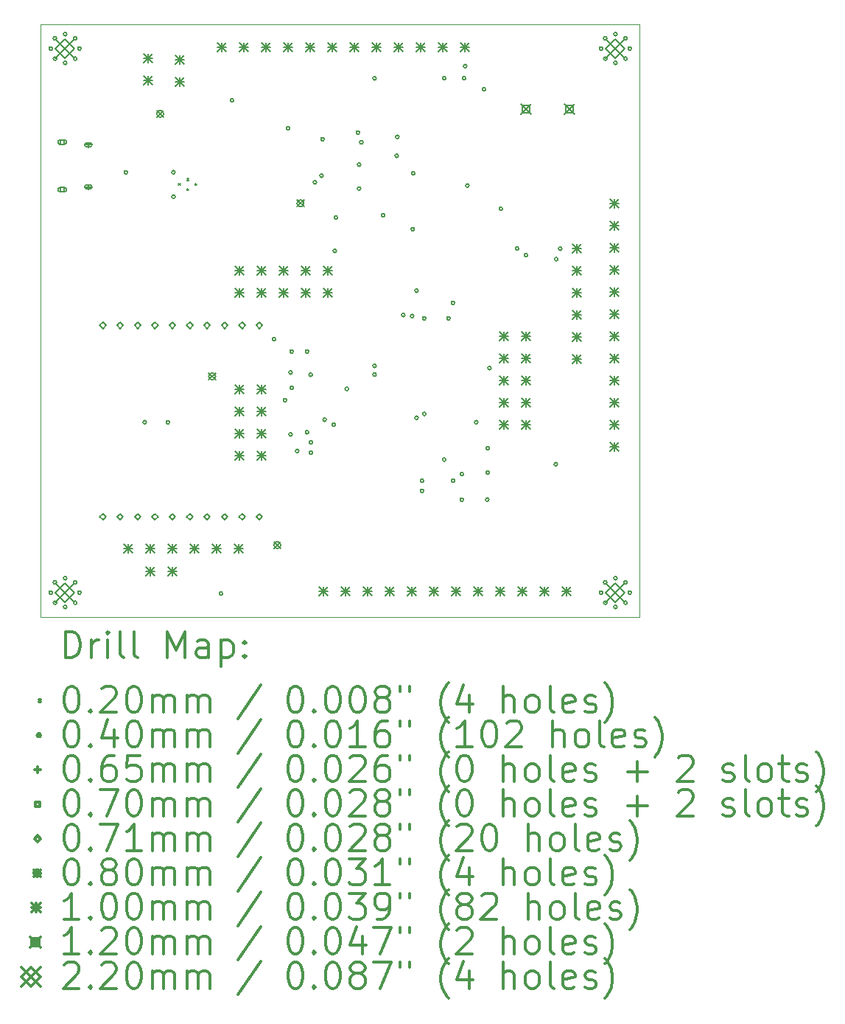
<source format=gbr>
%FSLAX45Y45*%
G04 Gerber Fmt 4.5, Leading zero omitted, Abs format (unit mm)*
G04 Created by KiCad (PCBNEW (5.1.9)-1) date 2021-06-14 08:33:28*
%MOMM*%
%LPD*%
G01*
G04 APERTURE LIST*
%TA.AperFunction,Profile*%
%ADD10C,0.050000*%
%TD*%
%ADD11C,0.200000*%
%ADD12C,0.300000*%
G04 APERTURE END LIST*
D10*
X23228300Y-13779500D02*
X23228300Y-14224000D01*
X23228300Y-13042900D02*
X23228300Y-13779500D01*
X16344900Y-13931900D02*
X16344900Y-7975600D01*
X16344900Y-7861300D02*
X23228300Y-7861300D01*
X16344900Y-7975600D02*
X16344900Y-7861300D01*
X23228300Y-14630400D02*
X23228300Y-14668500D01*
X21285200Y-14668500D02*
X17195800Y-14668500D01*
X23228300Y-7861300D02*
X23228300Y-8343900D01*
X23228300Y-9982200D02*
X23228300Y-10617200D01*
X22136100Y-14668500D02*
X21285200Y-14668500D01*
X16344900Y-14668500D02*
X16344900Y-13931900D01*
X17195800Y-14668500D02*
X16344900Y-14668500D01*
X23228300Y-8343900D02*
X23228300Y-9055100D01*
X23228300Y-12077700D02*
X23228300Y-13042900D01*
X23228300Y-10617200D02*
X23228300Y-11353800D01*
X23228300Y-14668500D02*
X22136100Y-14668500D01*
X23228300Y-11353800D02*
X23228300Y-12077700D01*
X23228300Y-14503400D02*
X23228300Y-14630400D01*
X23228300Y-9055100D02*
X23228300Y-9982200D01*
X23228300Y-14224000D02*
X23228300Y-14503400D01*
D11*
X17927400Y-9693100D02*
X17947400Y-9713100D01*
X17947400Y-9693100D02*
X17927400Y-9713100D01*
X18022400Y-9635600D02*
X18042400Y-9655600D01*
X18042400Y-9635600D02*
X18022400Y-9655600D01*
X18022400Y-9750600D02*
X18042400Y-9770600D01*
X18042400Y-9750600D02*
X18022400Y-9770600D01*
X18117400Y-9693100D02*
X18137400Y-9713100D01*
X18137400Y-9693100D02*
X18117400Y-9713100D01*
X16479300Y-8140700D02*
G75*
G03*
X16479300Y-8140700I-20000J0D01*
G01*
X16479300Y-14389100D02*
G75*
G03*
X16479300Y-14389100I-20000J0D01*
G01*
X16527627Y-8024027D02*
G75*
G03*
X16527627Y-8024027I-20000J0D01*
G01*
X16527627Y-8257373D02*
G75*
G03*
X16527627Y-8257373I-20000J0D01*
G01*
X16527627Y-14272427D02*
G75*
G03*
X16527627Y-14272427I-20000J0D01*
G01*
X16527627Y-14505773D02*
G75*
G03*
X16527627Y-14505773I-20000J0D01*
G01*
X16644300Y-7975700D02*
G75*
G03*
X16644300Y-7975700I-20000J0D01*
G01*
X16644300Y-8305700D02*
G75*
G03*
X16644300Y-8305700I-20000J0D01*
G01*
X16644300Y-14224100D02*
G75*
G03*
X16644300Y-14224100I-20000J0D01*
G01*
X16644300Y-14554100D02*
G75*
G03*
X16644300Y-14554100I-20000J0D01*
G01*
X16760973Y-8024027D02*
G75*
G03*
X16760973Y-8024027I-20000J0D01*
G01*
X16760973Y-8257373D02*
G75*
G03*
X16760973Y-8257373I-20000J0D01*
G01*
X16760973Y-14272427D02*
G75*
G03*
X16760973Y-14272427I-20000J0D01*
G01*
X16760973Y-14505773D02*
G75*
G03*
X16760973Y-14505773I-20000J0D01*
G01*
X16809300Y-8140700D02*
G75*
G03*
X16809300Y-8140700I-20000J0D01*
G01*
X16809300Y-14389100D02*
G75*
G03*
X16809300Y-14389100I-20000J0D01*
G01*
X17342800Y-9563100D02*
G75*
G03*
X17342800Y-9563100I-20000J0D01*
G01*
X17558700Y-12433300D02*
G75*
G03*
X17558700Y-12433300I-20000J0D01*
G01*
X17825400Y-12433300D02*
G75*
G03*
X17825400Y-12433300I-20000J0D01*
G01*
X17888900Y-9563100D02*
G75*
G03*
X17888900Y-9563100I-20000J0D01*
G01*
X17889500Y-9843100D02*
G75*
G03*
X17889500Y-9843100I-20000J0D01*
G01*
X18435000Y-14401800D02*
G75*
G03*
X18435000Y-14401800I-20000J0D01*
G01*
X18562000Y-8737600D02*
G75*
G03*
X18562000Y-8737600I-20000J0D01*
G01*
X19044600Y-11480800D02*
G75*
G03*
X19044600Y-11480800I-20000J0D01*
G01*
X19171600Y-12179300D02*
G75*
G03*
X19171600Y-12179300I-20000J0D01*
G01*
X19208050Y-9056750D02*
G75*
G03*
X19208050Y-9056750I-20000J0D01*
G01*
X19235100Y-11861800D02*
G75*
G03*
X19235100Y-11861800I-20000J0D01*
G01*
X19235100Y-12573000D02*
G75*
G03*
X19235100Y-12573000I-20000J0D01*
G01*
X19247800Y-11620500D02*
G75*
G03*
X19247800Y-11620500I-20000J0D01*
G01*
X19248265Y-12039135D02*
G75*
G03*
X19248265Y-12039135I-20000J0D01*
G01*
X19311300Y-12763500D02*
G75*
G03*
X19311300Y-12763500I-20000J0D01*
G01*
X19424994Y-12548206D02*
G75*
G03*
X19424994Y-12548206I-20000J0D01*
G01*
X19425600Y-11620500D02*
G75*
G03*
X19425600Y-11620500I-20000J0D01*
G01*
X19466701Y-11887200D02*
G75*
G03*
X19466701Y-11887200I-20000J0D01*
G01*
X19470050Y-12662342D02*
G75*
G03*
X19470050Y-12662342I-20000J0D01*
G01*
X19470050Y-12782550D02*
G75*
G03*
X19470050Y-12782550I-20000J0D01*
G01*
X19514500Y-9677400D02*
G75*
G03*
X19514500Y-9677400I-20000J0D01*
G01*
X19590700Y-9601200D02*
G75*
G03*
X19590700Y-9601200I-20000J0D01*
G01*
X19603400Y-9182100D02*
G75*
G03*
X19603400Y-9182100I-20000J0D01*
G01*
X19626277Y-12404562D02*
G75*
G03*
X19626277Y-12404562I-20000J0D01*
G01*
X19730400Y-12462400D02*
G75*
G03*
X19730400Y-12462400I-20000J0D01*
G01*
X19743100Y-10464800D02*
G75*
G03*
X19743100Y-10464800I-20000J0D01*
G01*
X19755800Y-10083800D02*
G75*
G03*
X19755800Y-10083800I-20000J0D01*
G01*
X19881358Y-12049695D02*
G75*
G03*
X19881358Y-12049695I-20000J0D01*
G01*
X20009800Y-9105900D02*
G75*
G03*
X20009800Y-9105900I-20000J0D01*
G01*
X20022500Y-9474200D02*
G75*
G03*
X20022500Y-9474200I-20000J0D01*
G01*
X20022500Y-9749900D02*
G75*
G03*
X20022500Y-9749900I-20000J0D01*
G01*
X20049965Y-9218135D02*
G75*
G03*
X20049965Y-9218135I-20000J0D01*
G01*
X20200300Y-8483600D02*
G75*
G03*
X20200300Y-8483600I-20000J0D01*
G01*
X20200300Y-11785600D02*
G75*
G03*
X20200300Y-11785600I-20000J0D01*
G01*
X20200300Y-11885600D02*
G75*
G03*
X20200300Y-11885600I-20000J0D01*
G01*
X20299302Y-10058400D02*
G75*
G03*
X20299302Y-10058400I-20000J0D01*
G01*
X20454300Y-9372600D02*
G75*
G03*
X20454300Y-9372600I-20000J0D01*
G01*
X20462500Y-9156700D02*
G75*
G03*
X20462500Y-9156700I-20000J0D01*
G01*
X20530500Y-11201400D02*
G75*
G03*
X20530500Y-11201400I-20000J0D01*
G01*
X20632100Y-11214100D02*
G75*
G03*
X20632100Y-11214100I-20000J0D01*
G01*
X20639800Y-10215800D02*
G75*
G03*
X20639800Y-10215800I-20000J0D01*
G01*
X20644800Y-9575800D02*
G75*
G03*
X20644800Y-9575800I-20000J0D01*
G01*
X20682900Y-10922000D02*
G75*
G03*
X20682900Y-10922000I-20000J0D01*
G01*
X20682900Y-12382500D02*
G75*
G03*
X20682900Y-12382500I-20000J0D01*
G01*
X20746400Y-13106400D02*
G75*
G03*
X20746400Y-13106400I-20000J0D01*
G01*
X20746400Y-13220700D02*
G75*
G03*
X20746400Y-13220700I-20000J0D01*
G01*
X20771800Y-11239500D02*
G75*
G03*
X20771800Y-11239500I-20000J0D01*
G01*
X20772343Y-12337779D02*
G75*
G03*
X20772343Y-12337779I-20000J0D01*
G01*
X21000400Y-8483600D02*
G75*
G03*
X21000400Y-8483600I-20000J0D01*
G01*
X21000400Y-12862302D02*
G75*
G03*
X21000400Y-12862302I-20000J0D01*
G01*
X21051200Y-11239500D02*
G75*
G03*
X21051200Y-11239500I-20000J0D01*
G01*
X21102000Y-11061700D02*
G75*
G03*
X21102000Y-11061700I-20000J0D01*
G01*
X21102000Y-13103199D02*
G75*
G03*
X21102000Y-13103199I-20000J0D01*
G01*
X21203600Y-13030200D02*
G75*
G03*
X21203600Y-13030200I-20000J0D01*
G01*
X21203600Y-13322300D02*
G75*
G03*
X21203600Y-13322300I-20000J0D01*
G01*
X21229000Y-8483600D02*
G75*
G03*
X21229000Y-8483600I-20000J0D01*
G01*
X21241700Y-8343900D02*
G75*
G03*
X21241700Y-8343900I-20000J0D01*
G01*
X21267100Y-9715500D02*
G75*
G03*
X21267100Y-9715500I-20000J0D01*
G01*
X21368700Y-12433300D02*
G75*
G03*
X21368700Y-12433300I-20000J0D01*
G01*
X21457600Y-8610600D02*
G75*
G03*
X21457600Y-8610600I-20000J0D01*
G01*
X21495700Y-13322300D02*
G75*
G03*
X21495700Y-13322300I-20000J0D01*
G01*
X21501499Y-12731199D02*
G75*
G03*
X21501499Y-12731199I-20000J0D01*
G01*
X21501499Y-13010599D02*
G75*
G03*
X21501499Y-13010599I-20000J0D01*
G01*
X21521100Y-11811000D02*
G75*
G03*
X21521100Y-11811000I-20000J0D01*
G01*
X21652000Y-9982200D02*
G75*
G03*
X21652000Y-9982200I-20000J0D01*
G01*
X21838600Y-10439400D02*
G75*
G03*
X21838600Y-10439400I-20000J0D01*
G01*
X21940200Y-10515600D02*
G75*
G03*
X21940200Y-10515600I-20000J0D01*
G01*
X22283100Y-12915900D02*
G75*
G03*
X22283100Y-12915900I-20000J0D01*
G01*
X22288985Y-10560515D02*
G75*
G03*
X22288985Y-10560515I-20000J0D01*
G01*
X22333900Y-10439400D02*
G75*
G03*
X22333900Y-10439400I-20000J0D01*
G01*
X22803900Y-8140700D02*
G75*
G03*
X22803900Y-8140700I-20000J0D01*
G01*
X22803900Y-14389100D02*
G75*
G03*
X22803900Y-14389100I-20000J0D01*
G01*
X22852227Y-8024027D02*
G75*
G03*
X22852227Y-8024027I-20000J0D01*
G01*
X22852227Y-8257373D02*
G75*
G03*
X22852227Y-8257373I-20000J0D01*
G01*
X22852227Y-14272427D02*
G75*
G03*
X22852227Y-14272427I-20000J0D01*
G01*
X22852227Y-14505773D02*
G75*
G03*
X22852227Y-14505773I-20000J0D01*
G01*
X22968900Y-7975700D02*
G75*
G03*
X22968900Y-7975700I-20000J0D01*
G01*
X22968900Y-8305700D02*
G75*
G03*
X22968900Y-8305700I-20000J0D01*
G01*
X22968900Y-14224100D02*
G75*
G03*
X22968900Y-14224100I-20000J0D01*
G01*
X22968900Y-14554100D02*
G75*
G03*
X22968900Y-14554100I-20000J0D01*
G01*
X23085573Y-8024027D02*
G75*
G03*
X23085573Y-8024027I-20000J0D01*
G01*
X23085573Y-8257373D02*
G75*
G03*
X23085573Y-8257373I-20000J0D01*
G01*
X23085573Y-14272427D02*
G75*
G03*
X23085573Y-14272427I-20000J0D01*
G01*
X23085573Y-14505773D02*
G75*
G03*
X23085573Y-14505773I-20000J0D01*
G01*
X23133900Y-8140700D02*
G75*
G03*
X23133900Y-8140700I-20000J0D01*
G01*
X23133900Y-14389100D02*
G75*
G03*
X23133900Y-14389100I-20000J0D01*
G01*
X16891000Y-9214500D02*
X16891000Y-9279500D01*
X16858500Y-9247000D02*
X16923500Y-9247000D01*
X16871000Y-9269500D02*
X16911000Y-9269500D01*
X16871000Y-9224500D02*
X16911000Y-9224500D01*
X16911000Y-9269500D02*
G75*
G03*
X16911000Y-9224500I0J22500D01*
G01*
X16871000Y-9224500D02*
G75*
G03*
X16871000Y-9269500I0J-22500D01*
G01*
X16891000Y-9698500D02*
X16891000Y-9763500D01*
X16858500Y-9731000D02*
X16923500Y-9731000D01*
X16871000Y-9753500D02*
X16911000Y-9753500D01*
X16871000Y-9708500D02*
X16911000Y-9708500D01*
X16911000Y-9753500D02*
G75*
G03*
X16911000Y-9708500I0J22500D01*
G01*
X16871000Y-9708500D02*
G75*
G03*
X16871000Y-9753500I0J-22500D01*
G01*
X16615749Y-9240749D02*
X16615749Y-9191251D01*
X16566251Y-9191251D01*
X16566251Y-9240749D01*
X16615749Y-9240749D01*
X16566000Y-9241000D02*
X16616000Y-9241000D01*
X16566000Y-9191000D02*
X16616000Y-9191000D01*
X16616000Y-9241000D02*
G75*
G03*
X16616000Y-9191000I0J25000D01*
G01*
X16566000Y-9191000D02*
G75*
G03*
X16566000Y-9241000I0J-25000D01*
G01*
X16615749Y-9786749D02*
X16615749Y-9737251D01*
X16566251Y-9737251D01*
X16566251Y-9786749D01*
X16615749Y-9786749D01*
X16566000Y-9787000D02*
X16616000Y-9787000D01*
X16566000Y-9737000D02*
X16616000Y-9737000D01*
X16616000Y-9787000D02*
G75*
G03*
X16616000Y-9737000I0J25000D01*
G01*
X16566000Y-9737000D02*
G75*
G03*
X16566000Y-9787000I0J-25000D01*
G01*
X17057600Y-11356100D02*
X17093100Y-11320600D01*
X17057600Y-11285100D01*
X17022100Y-11320600D01*
X17057600Y-11356100D01*
X17057600Y-13556100D02*
X17093100Y-13520600D01*
X17057600Y-13485100D01*
X17022100Y-13520600D01*
X17057600Y-13556100D01*
X17257600Y-11356100D02*
X17293100Y-11320600D01*
X17257600Y-11285100D01*
X17222100Y-11320600D01*
X17257600Y-11356100D01*
X17257600Y-13556100D02*
X17293100Y-13520600D01*
X17257600Y-13485100D01*
X17222100Y-13520600D01*
X17257600Y-13556100D01*
X17457600Y-11356100D02*
X17493100Y-11320600D01*
X17457600Y-11285100D01*
X17422100Y-11320600D01*
X17457600Y-11356100D01*
X17457600Y-13556100D02*
X17493100Y-13520600D01*
X17457600Y-13485100D01*
X17422100Y-13520600D01*
X17457600Y-13556100D01*
X17657600Y-11356100D02*
X17693100Y-11320600D01*
X17657600Y-11285100D01*
X17622100Y-11320600D01*
X17657600Y-11356100D01*
X17657600Y-13556100D02*
X17693100Y-13520600D01*
X17657600Y-13485100D01*
X17622100Y-13520600D01*
X17657600Y-13556100D01*
X17857600Y-11356100D02*
X17893100Y-11320600D01*
X17857600Y-11285100D01*
X17822100Y-11320600D01*
X17857600Y-11356100D01*
X17857600Y-13556100D02*
X17893100Y-13520600D01*
X17857600Y-13485100D01*
X17822100Y-13520600D01*
X17857600Y-13556100D01*
X18057600Y-11356100D02*
X18093100Y-11320600D01*
X18057600Y-11285100D01*
X18022100Y-11320600D01*
X18057600Y-11356100D01*
X18057600Y-13556100D02*
X18093100Y-13520600D01*
X18057600Y-13485100D01*
X18022100Y-13520600D01*
X18057600Y-13556100D01*
X18257600Y-11356100D02*
X18293100Y-11320600D01*
X18257600Y-11285100D01*
X18222100Y-11320600D01*
X18257600Y-11356100D01*
X18257600Y-13556100D02*
X18293100Y-13520600D01*
X18257600Y-13485100D01*
X18222100Y-13520600D01*
X18257600Y-13556100D01*
X18457600Y-11356100D02*
X18493100Y-11320600D01*
X18457600Y-11285100D01*
X18422100Y-11320600D01*
X18457600Y-11356100D01*
X18457600Y-13556100D02*
X18493100Y-13520600D01*
X18457600Y-13485100D01*
X18422100Y-13520600D01*
X18457600Y-13556100D01*
X18657600Y-11356100D02*
X18693100Y-11320600D01*
X18657600Y-11285100D01*
X18622100Y-11320600D01*
X18657600Y-11356100D01*
X18657600Y-13556100D02*
X18693100Y-13520600D01*
X18657600Y-13485100D01*
X18622100Y-13520600D01*
X18657600Y-13556100D01*
X18857600Y-11356100D02*
X18893100Y-11320600D01*
X18857600Y-11285100D01*
X18822100Y-11320600D01*
X18857600Y-11356100D01*
X18857600Y-13556100D02*
X18893100Y-13520600D01*
X18857600Y-13485100D01*
X18822100Y-13520600D01*
X18857600Y-13556100D01*
X17676500Y-8850000D02*
X17756500Y-8930000D01*
X17756500Y-8850000D02*
X17676500Y-8930000D01*
X17756500Y-8890000D02*
G75*
G03*
X17756500Y-8890000I-40000J0D01*
G01*
X18273400Y-11866250D02*
X18353400Y-11946250D01*
X18353400Y-11866250D02*
X18273400Y-11946250D01*
X18353400Y-11906250D02*
G75*
G03*
X18353400Y-11906250I-40000J0D01*
G01*
X19022700Y-13803000D02*
X19102700Y-13883000D01*
X19102700Y-13803000D02*
X19022700Y-13883000D01*
X19102700Y-13843000D02*
G75*
G03*
X19102700Y-13843000I-40000J0D01*
G01*
X19289400Y-9878700D02*
X19369400Y-9958700D01*
X19369400Y-9878700D02*
X19289400Y-9958700D01*
X19369400Y-9918700D02*
G75*
G03*
X19369400Y-9918700I-40000J0D01*
G01*
X17298200Y-13831100D02*
X17398200Y-13931100D01*
X17398200Y-13831100D02*
X17298200Y-13931100D01*
X17348200Y-13831100D02*
X17348200Y-13931100D01*
X17298200Y-13881100D02*
X17398200Y-13881100D01*
X17526800Y-8205000D02*
X17626800Y-8305000D01*
X17626800Y-8205000D02*
X17526800Y-8305000D01*
X17576800Y-8205000D02*
X17576800Y-8305000D01*
X17526800Y-8255000D02*
X17626800Y-8255000D01*
X17526800Y-8459000D02*
X17626800Y-8559000D01*
X17626800Y-8459000D02*
X17526800Y-8559000D01*
X17576800Y-8459000D02*
X17576800Y-8559000D01*
X17526800Y-8509000D02*
X17626800Y-8509000D01*
X17552200Y-13831100D02*
X17652200Y-13931100D01*
X17652200Y-13831100D02*
X17552200Y-13931100D01*
X17602200Y-13831100D02*
X17602200Y-13931100D01*
X17552200Y-13881100D02*
X17652200Y-13881100D01*
X17552200Y-14097800D02*
X17652200Y-14197800D01*
X17652200Y-14097800D02*
X17552200Y-14197800D01*
X17602200Y-14097800D02*
X17602200Y-14197800D01*
X17552200Y-14147800D02*
X17652200Y-14147800D01*
X17806200Y-13831100D02*
X17906200Y-13931100D01*
X17906200Y-13831100D02*
X17806200Y-13931100D01*
X17856200Y-13831100D02*
X17856200Y-13931100D01*
X17806200Y-13881100D02*
X17906200Y-13881100D01*
X17806200Y-14097800D02*
X17906200Y-14197800D01*
X17906200Y-14097800D02*
X17806200Y-14197800D01*
X17856200Y-14097800D02*
X17856200Y-14197800D01*
X17806200Y-14147800D02*
X17906200Y-14147800D01*
X17895100Y-8217700D02*
X17995100Y-8317700D01*
X17995100Y-8217700D02*
X17895100Y-8317700D01*
X17945100Y-8217700D02*
X17945100Y-8317700D01*
X17895100Y-8267700D02*
X17995100Y-8267700D01*
X17895100Y-8471700D02*
X17995100Y-8571700D01*
X17995100Y-8471700D02*
X17895100Y-8571700D01*
X17945100Y-8471700D02*
X17945100Y-8571700D01*
X17895100Y-8521700D02*
X17995100Y-8521700D01*
X18060200Y-13831100D02*
X18160200Y-13931100D01*
X18160200Y-13831100D02*
X18060200Y-13931100D01*
X18110200Y-13831100D02*
X18110200Y-13931100D01*
X18060200Y-13881100D02*
X18160200Y-13881100D01*
X18314200Y-13831100D02*
X18414200Y-13931100D01*
X18414200Y-13831100D02*
X18314200Y-13931100D01*
X18364200Y-13831100D02*
X18364200Y-13931100D01*
X18314200Y-13881100D02*
X18414200Y-13881100D01*
X18377700Y-8078000D02*
X18477700Y-8178000D01*
X18477700Y-8078000D02*
X18377700Y-8178000D01*
X18427700Y-8078000D02*
X18427700Y-8178000D01*
X18377700Y-8128000D02*
X18477700Y-8128000D01*
X18568200Y-13831100D02*
X18668200Y-13931100D01*
X18668200Y-13831100D02*
X18568200Y-13931100D01*
X18618200Y-13831100D02*
X18618200Y-13931100D01*
X18568200Y-13881100D02*
X18668200Y-13881100D01*
X18580900Y-10643400D02*
X18680900Y-10743400D01*
X18680900Y-10643400D02*
X18580900Y-10743400D01*
X18630900Y-10643400D02*
X18630900Y-10743400D01*
X18580900Y-10693400D02*
X18680900Y-10693400D01*
X18580900Y-10897400D02*
X18680900Y-10997400D01*
X18680900Y-10897400D02*
X18580900Y-10997400D01*
X18630900Y-10897400D02*
X18630900Y-10997400D01*
X18580900Y-10947400D02*
X18680900Y-10947400D01*
X18580900Y-12002300D02*
X18680900Y-12102300D01*
X18680900Y-12002300D02*
X18580900Y-12102300D01*
X18630900Y-12002300D02*
X18630900Y-12102300D01*
X18580900Y-12052300D02*
X18680900Y-12052300D01*
X18580900Y-12256300D02*
X18680900Y-12356300D01*
X18680900Y-12256300D02*
X18580900Y-12356300D01*
X18630900Y-12256300D02*
X18630900Y-12356300D01*
X18580900Y-12306300D02*
X18680900Y-12306300D01*
X18580900Y-12510300D02*
X18680900Y-12610300D01*
X18680900Y-12510300D02*
X18580900Y-12610300D01*
X18630900Y-12510300D02*
X18630900Y-12610300D01*
X18580900Y-12560300D02*
X18680900Y-12560300D01*
X18580900Y-12764300D02*
X18680900Y-12864300D01*
X18680900Y-12764300D02*
X18580900Y-12864300D01*
X18630900Y-12764300D02*
X18630900Y-12864300D01*
X18580900Y-12814300D02*
X18680900Y-12814300D01*
X18631700Y-8078000D02*
X18731700Y-8178000D01*
X18731700Y-8078000D02*
X18631700Y-8178000D01*
X18681700Y-8078000D02*
X18681700Y-8178000D01*
X18631700Y-8128000D02*
X18731700Y-8128000D01*
X18834900Y-10643400D02*
X18934900Y-10743400D01*
X18934900Y-10643400D02*
X18834900Y-10743400D01*
X18884900Y-10643400D02*
X18884900Y-10743400D01*
X18834900Y-10693400D02*
X18934900Y-10693400D01*
X18834900Y-10897400D02*
X18934900Y-10997400D01*
X18934900Y-10897400D02*
X18834900Y-10997400D01*
X18884900Y-10897400D02*
X18884900Y-10997400D01*
X18834900Y-10947400D02*
X18934900Y-10947400D01*
X18834900Y-12002300D02*
X18934900Y-12102300D01*
X18934900Y-12002300D02*
X18834900Y-12102300D01*
X18884900Y-12002300D02*
X18884900Y-12102300D01*
X18834900Y-12052300D02*
X18934900Y-12052300D01*
X18834900Y-12256300D02*
X18934900Y-12356300D01*
X18934900Y-12256300D02*
X18834900Y-12356300D01*
X18884900Y-12256300D02*
X18884900Y-12356300D01*
X18834900Y-12306300D02*
X18934900Y-12306300D01*
X18834900Y-12510300D02*
X18934900Y-12610300D01*
X18934900Y-12510300D02*
X18834900Y-12610300D01*
X18884900Y-12510300D02*
X18884900Y-12610300D01*
X18834900Y-12560300D02*
X18934900Y-12560300D01*
X18834900Y-12764300D02*
X18934900Y-12864300D01*
X18934900Y-12764300D02*
X18834900Y-12864300D01*
X18884900Y-12764300D02*
X18884900Y-12864300D01*
X18834900Y-12814300D02*
X18934900Y-12814300D01*
X18885700Y-8078000D02*
X18985700Y-8178000D01*
X18985700Y-8078000D02*
X18885700Y-8178000D01*
X18935700Y-8078000D02*
X18935700Y-8178000D01*
X18885700Y-8128000D02*
X18985700Y-8128000D01*
X19088900Y-10643400D02*
X19188900Y-10743400D01*
X19188900Y-10643400D02*
X19088900Y-10743400D01*
X19138900Y-10643400D02*
X19138900Y-10743400D01*
X19088900Y-10693400D02*
X19188900Y-10693400D01*
X19088900Y-10897400D02*
X19188900Y-10997400D01*
X19188900Y-10897400D02*
X19088900Y-10997400D01*
X19138900Y-10897400D02*
X19138900Y-10997400D01*
X19088900Y-10947400D02*
X19188900Y-10947400D01*
X19139700Y-8078000D02*
X19239700Y-8178000D01*
X19239700Y-8078000D02*
X19139700Y-8178000D01*
X19189700Y-8078000D02*
X19189700Y-8178000D01*
X19139700Y-8128000D02*
X19239700Y-8128000D01*
X19342900Y-10643400D02*
X19442900Y-10743400D01*
X19442900Y-10643400D02*
X19342900Y-10743400D01*
X19392900Y-10643400D02*
X19392900Y-10743400D01*
X19342900Y-10693400D02*
X19442900Y-10693400D01*
X19342900Y-10897400D02*
X19442900Y-10997400D01*
X19442900Y-10897400D02*
X19342900Y-10997400D01*
X19392900Y-10897400D02*
X19392900Y-10997400D01*
X19342900Y-10947400D02*
X19442900Y-10947400D01*
X19393700Y-8078000D02*
X19493700Y-8178000D01*
X19493700Y-8078000D02*
X19393700Y-8178000D01*
X19443700Y-8078000D02*
X19443700Y-8178000D01*
X19393700Y-8128000D02*
X19493700Y-8128000D01*
X19546100Y-14326400D02*
X19646100Y-14426400D01*
X19646100Y-14326400D02*
X19546100Y-14426400D01*
X19596100Y-14326400D02*
X19596100Y-14426400D01*
X19546100Y-14376400D02*
X19646100Y-14376400D01*
X19596900Y-10643400D02*
X19696900Y-10743400D01*
X19696900Y-10643400D02*
X19596900Y-10743400D01*
X19646900Y-10643400D02*
X19646900Y-10743400D01*
X19596900Y-10693400D02*
X19696900Y-10693400D01*
X19596900Y-10897400D02*
X19696900Y-10997400D01*
X19696900Y-10897400D02*
X19596900Y-10997400D01*
X19646900Y-10897400D02*
X19646900Y-10997400D01*
X19596900Y-10947400D02*
X19696900Y-10947400D01*
X19647700Y-8078000D02*
X19747700Y-8178000D01*
X19747700Y-8078000D02*
X19647700Y-8178000D01*
X19697700Y-8078000D02*
X19697700Y-8178000D01*
X19647700Y-8128000D02*
X19747700Y-8128000D01*
X19800100Y-14326400D02*
X19900100Y-14426400D01*
X19900100Y-14326400D02*
X19800100Y-14426400D01*
X19850100Y-14326400D02*
X19850100Y-14426400D01*
X19800100Y-14376400D02*
X19900100Y-14376400D01*
X19901700Y-8078000D02*
X20001700Y-8178000D01*
X20001700Y-8078000D02*
X19901700Y-8178000D01*
X19951700Y-8078000D02*
X19951700Y-8178000D01*
X19901700Y-8128000D02*
X20001700Y-8128000D01*
X20054100Y-14326400D02*
X20154100Y-14426400D01*
X20154100Y-14326400D02*
X20054100Y-14426400D01*
X20104100Y-14326400D02*
X20104100Y-14426400D01*
X20054100Y-14376400D02*
X20154100Y-14376400D01*
X20155700Y-8078000D02*
X20255700Y-8178000D01*
X20255700Y-8078000D02*
X20155700Y-8178000D01*
X20205700Y-8078000D02*
X20205700Y-8178000D01*
X20155700Y-8128000D02*
X20255700Y-8128000D01*
X20308100Y-14326400D02*
X20408100Y-14426400D01*
X20408100Y-14326400D02*
X20308100Y-14426400D01*
X20358100Y-14326400D02*
X20358100Y-14426400D01*
X20308100Y-14376400D02*
X20408100Y-14376400D01*
X20409700Y-8078000D02*
X20509700Y-8178000D01*
X20509700Y-8078000D02*
X20409700Y-8178000D01*
X20459700Y-8078000D02*
X20459700Y-8178000D01*
X20409700Y-8128000D02*
X20509700Y-8128000D01*
X20562100Y-14326400D02*
X20662100Y-14426400D01*
X20662100Y-14326400D02*
X20562100Y-14426400D01*
X20612100Y-14326400D02*
X20612100Y-14426400D01*
X20562100Y-14376400D02*
X20662100Y-14376400D01*
X20663700Y-8078000D02*
X20763700Y-8178000D01*
X20763700Y-8078000D02*
X20663700Y-8178000D01*
X20713700Y-8078000D02*
X20713700Y-8178000D01*
X20663700Y-8128000D02*
X20763700Y-8128000D01*
X20816100Y-14326400D02*
X20916100Y-14426400D01*
X20916100Y-14326400D02*
X20816100Y-14426400D01*
X20866100Y-14326400D02*
X20866100Y-14426400D01*
X20816100Y-14376400D02*
X20916100Y-14376400D01*
X20917700Y-8078000D02*
X21017700Y-8178000D01*
X21017700Y-8078000D02*
X20917700Y-8178000D01*
X20967700Y-8078000D02*
X20967700Y-8178000D01*
X20917700Y-8128000D02*
X21017700Y-8128000D01*
X21070100Y-14326400D02*
X21170100Y-14426400D01*
X21170100Y-14326400D02*
X21070100Y-14426400D01*
X21120100Y-14326400D02*
X21120100Y-14426400D01*
X21070100Y-14376400D02*
X21170100Y-14376400D01*
X21171700Y-8078000D02*
X21271700Y-8178000D01*
X21271700Y-8078000D02*
X21171700Y-8178000D01*
X21221700Y-8078000D02*
X21221700Y-8178000D01*
X21171700Y-8128000D02*
X21271700Y-8128000D01*
X21324100Y-14326400D02*
X21424100Y-14426400D01*
X21424100Y-14326400D02*
X21324100Y-14426400D01*
X21374100Y-14326400D02*
X21374100Y-14426400D01*
X21324100Y-14376400D02*
X21424100Y-14376400D01*
X21578100Y-14326400D02*
X21678100Y-14426400D01*
X21678100Y-14326400D02*
X21578100Y-14426400D01*
X21628100Y-14326400D02*
X21628100Y-14426400D01*
X21578100Y-14376400D02*
X21678100Y-14376400D01*
X21616200Y-11392700D02*
X21716200Y-11492700D01*
X21716200Y-11392700D02*
X21616200Y-11492700D01*
X21666200Y-11392700D02*
X21666200Y-11492700D01*
X21616200Y-11442700D02*
X21716200Y-11442700D01*
X21616200Y-11646700D02*
X21716200Y-11746700D01*
X21716200Y-11646700D02*
X21616200Y-11746700D01*
X21666200Y-11646700D02*
X21666200Y-11746700D01*
X21616200Y-11696700D02*
X21716200Y-11696700D01*
X21616200Y-11900700D02*
X21716200Y-12000700D01*
X21716200Y-11900700D02*
X21616200Y-12000700D01*
X21666200Y-11900700D02*
X21666200Y-12000700D01*
X21616200Y-11950700D02*
X21716200Y-11950700D01*
X21616200Y-12154700D02*
X21716200Y-12254700D01*
X21716200Y-12154700D02*
X21616200Y-12254700D01*
X21666200Y-12154700D02*
X21666200Y-12254700D01*
X21616200Y-12204700D02*
X21716200Y-12204700D01*
X21616200Y-12408700D02*
X21716200Y-12508700D01*
X21716200Y-12408700D02*
X21616200Y-12508700D01*
X21666200Y-12408700D02*
X21666200Y-12508700D01*
X21616200Y-12458700D02*
X21716200Y-12458700D01*
X21832100Y-14326400D02*
X21932100Y-14426400D01*
X21932100Y-14326400D02*
X21832100Y-14426400D01*
X21882100Y-14326400D02*
X21882100Y-14426400D01*
X21832100Y-14376400D02*
X21932100Y-14376400D01*
X21870200Y-11392700D02*
X21970200Y-11492700D01*
X21970200Y-11392700D02*
X21870200Y-11492700D01*
X21920200Y-11392700D02*
X21920200Y-11492700D01*
X21870200Y-11442700D02*
X21970200Y-11442700D01*
X21870200Y-11646700D02*
X21970200Y-11746700D01*
X21970200Y-11646700D02*
X21870200Y-11746700D01*
X21920200Y-11646700D02*
X21920200Y-11746700D01*
X21870200Y-11696700D02*
X21970200Y-11696700D01*
X21870200Y-11900700D02*
X21970200Y-12000700D01*
X21970200Y-11900700D02*
X21870200Y-12000700D01*
X21920200Y-11900700D02*
X21920200Y-12000700D01*
X21870200Y-11950700D02*
X21970200Y-11950700D01*
X21870200Y-12154700D02*
X21970200Y-12254700D01*
X21970200Y-12154700D02*
X21870200Y-12254700D01*
X21920200Y-12154700D02*
X21920200Y-12254700D01*
X21870200Y-12204700D02*
X21970200Y-12204700D01*
X21870200Y-12408700D02*
X21970200Y-12508700D01*
X21970200Y-12408700D02*
X21870200Y-12508700D01*
X21920200Y-12408700D02*
X21920200Y-12508700D01*
X21870200Y-12458700D02*
X21970200Y-12458700D01*
X22086100Y-14326400D02*
X22186100Y-14426400D01*
X22186100Y-14326400D02*
X22086100Y-14426400D01*
X22136100Y-14326400D02*
X22136100Y-14426400D01*
X22086100Y-14376400D02*
X22186100Y-14376400D01*
X22340100Y-14326400D02*
X22440100Y-14426400D01*
X22440100Y-14326400D02*
X22340100Y-14426400D01*
X22390100Y-14326400D02*
X22390100Y-14426400D01*
X22340100Y-14376400D02*
X22440100Y-14376400D01*
X22454400Y-10389400D02*
X22554400Y-10489400D01*
X22554400Y-10389400D02*
X22454400Y-10489400D01*
X22504400Y-10389400D02*
X22504400Y-10489400D01*
X22454400Y-10439400D02*
X22554400Y-10439400D01*
X22454400Y-10643400D02*
X22554400Y-10743400D01*
X22554400Y-10643400D02*
X22454400Y-10743400D01*
X22504400Y-10643400D02*
X22504400Y-10743400D01*
X22454400Y-10693400D02*
X22554400Y-10693400D01*
X22454400Y-10897400D02*
X22554400Y-10997400D01*
X22554400Y-10897400D02*
X22454400Y-10997400D01*
X22504400Y-10897400D02*
X22504400Y-10997400D01*
X22454400Y-10947400D02*
X22554400Y-10947400D01*
X22454400Y-11151400D02*
X22554400Y-11251400D01*
X22554400Y-11151400D02*
X22454400Y-11251400D01*
X22504400Y-11151400D02*
X22504400Y-11251400D01*
X22454400Y-11201400D02*
X22554400Y-11201400D01*
X22454400Y-11405400D02*
X22554400Y-11505400D01*
X22554400Y-11405400D02*
X22454400Y-11505400D01*
X22504400Y-11405400D02*
X22504400Y-11505400D01*
X22454400Y-11455400D02*
X22554400Y-11455400D01*
X22454400Y-11659400D02*
X22554400Y-11759400D01*
X22554400Y-11659400D02*
X22454400Y-11759400D01*
X22504400Y-11659400D02*
X22504400Y-11759400D01*
X22454400Y-11709400D02*
X22554400Y-11709400D01*
X22886200Y-9868700D02*
X22986200Y-9968700D01*
X22986200Y-9868700D02*
X22886200Y-9968700D01*
X22936200Y-9868700D02*
X22936200Y-9968700D01*
X22886200Y-9918700D02*
X22986200Y-9918700D01*
X22886200Y-10122700D02*
X22986200Y-10222700D01*
X22986200Y-10122700D02*
X22886200Y-10222700D01*
X22936200Y-10122700D02*
X22936200Y-10222700D01*
X22886200Y-10172700D02*
X22986200Y-10172700D01*
X22886200Y-10376700D02*
X22986200Y-10476700D01*
X22986200Y-10376700D02*
X22886200Y-10476700D01*
X22936200Y-10376700D02*
X22936200Y-10476700D01*
X22886200Y-10426700D02*
X22986200Y-10426700D01*
X22886200Y-10630700D02*
X22986200Y-10730700D01*
X22986200Y-10630700D02*
X22886200Y-10730700D01*
X22936200Y-10630700D02*
X22936200Y-10730700D01*
X22886200Y-10680700D02*
X22986200Y-10680700D01*
X22886200Y-10884700D02*
X22986200Y-10984700D01*
X22986200Y-10884700D02*
X22886200Y-10984700D01*
X22936200Y-10884700D02*
X22936200Y-10984700D01*
X22886200Y-10934700D02*
X22986200Y-10934700D01*
X22886200Y-11138700D02*
X22986200Y-11238700D01*
X22986200Y-11138700D02*
X22886200Y-11238700D01*
X22936200Y-11138700D02*
X22936200Y-11238700D01*
X22886200Y-11188700D02*
X22986200Y-11188700D01*
X22886200Y-11392700D02*
X22986200Y-11492700D01*
X22986200Y-11392700D02*
X22886200Y-11492700D01*
X22936200Y-11392700D02*
X22936200Y-11492700D01*
X22886200Y-11442700D02*
X22986200Y-11442700D01*
X22886200Y-11646700D02*
X22986200Y-11746700D01*
X22986200Y-11646700D02*
X22886200Y-11746700D01*
X22936200Y-11646700D02*
X22936200Y-11746700D01*
X22886200Y-11696700D02*
X22986200Y-11696700D01*
X22886200Y-11900700D02*
X22986200Y-12000700D01*
X22986200Y-11900700D02*
X22886200Y-12000700D01*
X22936200Y-11900700D02*
X22936200Y-12000700D01*
X22886200Y-11950700D02*
X22986200Y-11950700D01*
X22886200Y-12154700D02*
X22986200Y-12254700D01*
X22986200Y-12154700D02*
X22886200Y-12254700D01*
X22936200Y-12154700D02*
X22936200Y-12254700D01*
X22886200Y-12204700D02*
X22986200Y-12204700D01*
X22886200Y-12408700D02*
X22986200Y-12508700D01*
X22986200Y-12408700D02*
X22886200Y-12508700D01*
X22936200Y-12408700D02*
X22936200Y-12508700D01*
X22886200Y-12458700D02*
X22986200Y-12458700D01*
X22886200Y-12662700D02*
X22986200Y-12762700D01*
X22986200Y-12662700D02*
X22886200Y-12762700D01*
X22936200Y-12662700D02*
X22936200Y-12762700D01*
X22886200Y-12712700D02*
X22986200Y-12712700D01*
X21860200Y-8779200D02*
X21980200Y-8899200D01*
X21980200Y-8779200D02*
X21860200Y-8899200D01*
X21962627Y-8881627D02*
X21962627Y-8796773D01*
X21877773Y-8796773D01*
X21877773Y-8881627D01*
X21962627Y-8881627D01*
X22360200Y-8779200D02*
X22480200Y-8899200D01*
X22480200Y-8779200D02*
X22360200Y-8899200D01*
X22462627Y-8881627D02*
X22462627Y-8796773D01*
X22377773Y-8796773D01*
X22377773Y-8881627D01*
X22462627Y-8881627D01*
X16514300Y-8030700D02*
X16734300Y-8250700D01*
X16734300Y-8030700D02*
X16514300Y-8250700D01*
X16624300Y-8250700D02*
X16734300Y-8140700D01*
X16624300Y-8030700D01*
X16514300Y-8140700D01*
X16624300Y-8250700D01*
X16514300Y-14279100D02*
X16734300Y-14499100D01*
X16734300Y-14279100D02*
X16514300Y-14499100D01*
X16624300Y-14499100D02*
X16734300Y-14389100D01*
X16624300Y-14279100D01*
X16514300Y-14389100D01*
X16624300Y-14499100D01*
X22838900Y-8030700D02*
X23058900Y-8250700D01*
X23058900Y-8030700D02*
X22838900Y-8250700D01*
X22948900Y-8250700D02*
X23058900Y-8140700D01*
X22948900Y-8030700D01*
X22838900Y-8140700D01*
X22948900Y-8250700D01*
X22838900Y-14279100D02*
X23058900Y-14499100D01*
X23058900Y-14279100D02*
X22838900Y-14499100D01*
X22948900Y-14499100D02*
X23058900Y-14389100D01*
X22948900Y-14279100D01*
X22838900Y-14389100D01*
X22948900Y-14499100D01*
D12*
X16628828Y-15136714D02*
X16628828Y-14836714D01*
X16700257Y-14836714D01*
X16743114Y-14851000D01*
X16771686Y-14879571D01*
X16785971Y-14908143D01*
X16800257Y-14965286D01*
X16800257Y-15008143D01*
X16785971Y-15065286D01*
X16771686Y-15093857D01*
X16743114Y-15122429D01*
X16700257Y-15136714D01*
X16628828Y-15136714D01*
X16928828Y-15136714D02*
X16928828Y-14936714D01*
X16928828Y-14993857D02*
X16943114Y-14965286D01*
X16957400Y-14951000D01*
X16985971Y-14936714D01*
X17014543Y-14936714D01*
X17114543Y-15136714D02*
X17114543Y-14936714D01*
X17114543Y-14836714D02*
X17100257Y-14851000D01*
X17114543Y-14865286D01*
X17128828Y-14851000D01*
X17114543Y-14836714D01*
X17114543Y-14865286D01*
X17300257Y-15136714D02*
X17271686Y-15122429D01*
X17257400Y-15093857D01*
X17257400Y-14836714D01*
X17457400Y-15136714D02*
X17428828Y-15122429D01*
X17414543Y-15093857D01*
X17414543Y-14836714D01*
X17800257Y-15136714D02*
X17800257Y-14836714D01*
X17900257Y-15051000D01*
X18000257Y-14836714D01*
X18000257Y-15136714D01*
X18271686Y-15136714D02*
X18271686Y-14979571D01*
X18257400Y-14951000D01*
X18228828Y-14936714D01*
X18171686Y-14936714D01*
X18143114Y-14951000D01*
X18271686Y-15122429D02*
X18243114Y-15136714D01*
X18171686Y-15136714D01*
X18143114Y-15122429D01*
X18128828Y-15093857D01*
X18128828Y-15065286D01*
X18143114Y-15036714D01*
X18171686Y-15022429D01*
X18243114Y-15022429D01*
X18271686Y-15008143D01*
X18414543Y-14936714D02*
X18414543Y-15236714D01*
X18414543Y-14951000D02*
X18443114Y-14936714D01*
X18500257Y-14936714D01*
X18528828Y-14951000D01*
X18543114Y-14965286D01*
X18557400Y-14993857D01*
X18557400Y-15079571D01*
X18543114Y-15108143D01*
X18528828Y-15122429D01*
X18500257Y-15136714D01*
X18443114Y-15136714D01*
X18414543Y-15122429D01*
X18685971Y-15108143D02*
X18700257Y-15122429D01*
X18685971Y-15136714D01*
X18671686Y-15122429D01*
X18685971Y-15108143D01*
X18685971Y-15136714D01*
X18685971Y-14951000D02*
X18700257Y-14965286D01*
X18685971Y-14979571D01*
X18671686Y-14965286D01*
X18685971Y-14951000D01*
X18685971Y-14979571D01*
X16322400Y-15621000D02*
X16342400Y-15641000D01*
X16342400Y-15621000D02*
X16322400Y-15641000D01*
X16685971Y-15466714D02*
X16714543Y-15466714D01*
X16743114Y-15481000D01*
X16757400Y-15495286D01*
X16771686Y-15523857D01*
X16785971Y-15581000D01*
X16785971Y-15652429D01*
X16771686Y-15709571D01*
X16757400Y-15738143D01*
X16743114Y-15752429D01*
X16714543Y-15766714D01*
X16685971Y-15766714D01*
X16657400Y-15752429D01*
X16643114Y-15738143D01*
X16628828Y-15709571D01*
X16614543Y-15652429D01*
X16614543Y-15581000D01*
X16628828Y-15523857D01*
X16643114Y-15495286D01*
X16657400Y-15481000D01*
X16685971Y-15466714D01*
X16914543Y-15738143D02*
X16928828Y-15752429D01*
X16914543Y-15766714D01*
X16900257Y-15752429D01*
X16914543Y-15738143D01*
X16914543Y-15766714D01*
X17043114Y-15495286D02*
X17057400Y-15481000D01*
X17085971Y-15466714D01*
X17157400Y-15466714D01*
X17185971Y-15481000D01*
X17200257Y-15495286D01*
X17214543Y-15523857D01*
X17214543Y-15552429D01*
X17200257Y-15595286D01*
X17028828Y-15766714D01*
X17214543Y-15766714D01*
X17400257Y-15466714D02*
X17428828Y-15466714D01*
X17457400Y-15481000D01*
X17471686Y-15495286D01*
X17485971Y-15523857D01*
X17500257Y-15581000D01*
X17500257Y-15652429D01*
X17485971Y-15709571D01*
X17471686Y-15738143D01*
X17457400Y-15752429D01*
X17428828Y-15766714D01*
X17400257Y-15766714D01*
X17371686Y-15752429D01*
X17357400Y-15738143D01*
X17343114Y-15709571D01*
X17328828Y-15652429D01*
X17328828Y-15581000D01*
X17343114Y-15523857D01*
X17357400Y-15495286D01*
X17371686Y-15481000D01*
X17400257Y-15466714D01*
X17628828Y-15766714D02*
X17628828Y-15566714D01*
X17628828Y-15595286D02*
X17643114Y-15581000D01*
X17671686Y-15566714D01*
X17714543Y-15566714D01*
X17743114Y-15581000D01*
X17757400Y-15609571D01*
X17757400Y-15766714D01*
X17757400Y-15609571D02*
X17771686Y-15581000D01*
X17800257Y-15566714D01*
X17843114Y-15566714D01*
X17871686Y-15581000D01*
X17885971Y-15609571D01*
X17885971Y-15766714D01*
X18028828Y-15766714D02*
X18028828Y-15566714D01*
X18028828Y-15595286D02*
X18043114Y-15581000D01*
X18071686Y-15566714D01*
X18114543Y-15566714D01*
X18143114Y-15581000D01*
X18157400Y-15609571D01*
X18157400Y-15766714D01*
X18157400Y-15609571D02*
X18171686Y-15581000D01*
X18200257Y-15566714D01*
X18243114Y-15566714D01*
X18271686Y-15581000D01*
X18285971Y-15609571D01*
X18285971Y-15766714D01*
X18871686Y-15452429D02*
X18614543Y-15838143D01*
X19257400Y-15466714D02*
X19285971Y-15466714D01*
X19314543Y-15481000D01*
X19328828Y-15495286D01*
X19343114Y-15523857D01*
X19357400Y-15581000D01*
X19357400Y-15652429D01*
X19343114Y-15709571D01*
X19328828Y-15738143D01*
X19314543Y-15752429D01*
X19285971Y-15766714D01*
X19257400Y-15766714D01*
X19228828Y-15752429D01*
X19214543Y-15738143D01*
X19200257Y-15709571D01*
X19185971Y-15652429D01*
X19185971Y-15581000D01*
X19200257Y-15523857D01*
X19214543Y-15495286D01*
X19228828Y-15481000D01*
X19257400Y-15466714D01*
X19485971Y-15738143D02*
X19500257Y-15752429D01*
X19485971Y-15766714D01*
X19471686Y-15752429D01*
X19485971Y-15738143D01*
X19485971Y-15766714D01*
X19685971Y-15466714D02*
X19714543Y-15466714D01*
X19743114Y-15481000D01*
X19757400Y-15495286D01*
X19771686Y-15523857D01*
X19785971Y-15581000D01*
X19785971Y-15652429D01*
X19771686Y-15709571D01*
X19757400Y-15738143D01*
X19743114Y-15752429D01*
X19714543Y-15766714D01*
X19685971Y-15766714D01*
X19657400Y-15752429D01*
X19643114Y-15738143D01*
X19628828Y-15709571D01*
X19614543Y-15652429D01*
X19614543Y-15581000D01*
X19628828Y-15523857D01*
X19643114Y-15495286D01*
X19657400Y-15481000D01*
X19685971Y-15466714D01*
X19971686Y-15466714D02*
X20000257Y-15466714D01*
X20028828Y-15481000D01*
X20043114Y-15495286D01*
X20057400Y-15523857D01*
X20071686Y-15581000D01*
X20071686Y-15652429D01*
X20057400Y-15709571D01*
X20043114Y-15738143D01*
X20028828Y-15752429D01*
X20000257Y-15766714D01*
X19971686Y-15766714D01*
X19943114Y-15752429D01*
X19928828Y-15738143D01*
X19914543Y-15709571D01*
X19900257Y-15652429D01*
X19900257Y-15581000D01*
X19914543Y-15523857D01*
X19928828Y-15495286D01*
X19943114Y-15481000D01*
X19971686Y-15466714D01*
X20243114Y-15595286D02*
X20214543Y-15581000D01*
X20200257Y-15566714D01*
X20185971Y-15538143D01*
X20185971Y-15523857D01*
X20200257Y-15495286D01*
X20214543Y-15481000D01*
X20243114Y-15466714D01*
X20300257Y-15466714D01*
X20328828Y-15481000D01*
X20343114Y-15495286D01*
X20357400Y-15523857D01*
X20357400Y-15538143D01*
X20343114Y-15566714D01*
X20328828Y-15581000D01*
X20300257Y-15595286D01*
X20243114Y-15595286D01*
X20214543Y-15609571D01*
X20200257Y-15623857D01*
X20185971Y-15652429D01*
X20185971Y-15709571D01*
X20200257Y-15738143D01*
X20214543Y-15752429D01*
X20243114Y-15766714D01*
X20300257Y-15766714D01*
X20328828Y-15752429D01*
X20343114Y-15738143D01*
X20357400Y-15709571D01*
X20357400Y-15652429D01*
X20343114Y-15623857D01*
X20328828Y-15609571D01*
X20300257Y-15595286D01*
X20471686Y-15466714D02*
X20471686Y-15523857D01*
X20585971Y-15466714D02*
X20585971Y-15523857D01*
X21028828Y-15881000D02*
X21014543Y-15866714D01*
X20985971Y-15823857D01*
X20971686Y-15795286D01*
X20957400Y-15752429D01*
X20943114Y-15681000D01*
X20943114Y-15623857D01*
X20957400Y-15552429D01*
X20971686Y-15509571D01*
X20985971Y-15481000D01*
X21014543Y-15438143D01*
X21028828Y-15423857D01*
X21271686Y-15566714D02*
X21271686Y-15766714D01*
X21200257Y-15452429D02*
X21128828Y-15666714D01*
X21314543Y-15666714D01*
X21657400Y-15766714D02*
X21657400Y-15466714D01*
X21785971Y-15766714D02*
X21785971Y-15609571D01*
X21771686Y-15581000D01*
X21743114Y-15566714D01*
X21700257Y-15566714D01*
X21671686Y-15581000D01*
X21657400Y-15595286D01*
X21971686Y-15766714D02*
X21943114Y-15752429D01*
X21928828Y-15738143D01*
X21914543Y-15709571D01*
X21914543Y-15623857D01*
X21928828Y-15595286D01*
X21943114Y-15581000D01*
X21971686Y-15566714D01*
X22014543Y-15566714D01*
X22043114Y-15581000D01*
X22057400Y-15595286D01*
X22071686Y-15623857D01*
X22071686Y-15709571D01*
X22057400Y-15738143D01*
X22043114Y-15752429D01*
X22014543Y-15766714D01*
X21971686Y-15766714D01*
X22243114Y-15766714D02*
X22214543Y-15752429D01*
X22200257Y-15723857D01*
X22200257Y-15466714D01*
X22471686Y-15752429D02*
X22443114Y-15766714D01*
X22385971Y-15766714D01*
X22357400Y-15752429D01*
X22343114Y-15723857D01*
X22343114Y-15609571D01*
X22357400Y-15581000D01*
X22385971Y-15566714D01*
X22443114Y-15566714D01*
X22471686Y-15581000D01*
X22485971Y-15609571D01*
X22485971Y-15638143D01*
X22343114Y-15666714D01*
X22600257Y-15752429D02*
X22628828Y-15766714D01*
X22685971Y-15766714D01*
X22714543Y-15752429D01*
X22728828Y-15723857D01*
X22728828Y-15709571D01*
X22714543Y-15681000D01*
X22685971Y-15666714D01*
X22643114Y-15666714D01*
X22614543Y-15652429D01*
X22600257Y-15623857D01*
X22600257Y-15609571D01*
X22614543Y-15581000D01*
X22643114Y-15566714D01*
X22685971Y-15566714D01*
X22714543Y-15581000D01*
X22828828Y-15881000D02*
X22843114Y-15866714D01*
X22871686Y-15823857D01*
X22885971Y-15795286D01*
X22900257Y-15752429D01*
X22914543Y-15681000D01*
X22914543Y-15623857D01*
X22900257Y-15552429D01*
X22885971Y-15509571D01*
X22871686Y-15481000D01*
X22843114Y-15438143D01*
X22828828Y-15423857D01*
X16342400Y-16027000D02*
G75*
G03*
X16342400Y-16027000I-20000J0D01*
G01*
X16685971Y-15862714D02*
X16714543Y-15862714D01*
X16743114Y-15877000D01*
X16757400Y-15891286D01*
X16771686Y-15919857D01*
X16785971Y-15977000D01*
X16785971Y-16048429D01*
X16771686Y-16105571D01*
X16757400Y-16134143D01*
X16743114Y-16148429D01*
X16714543Y-16162714D01*
X16685971Y-16162714D01*
X16657400Y-16148429D01*
X16643114Y-16134143D01*
X16628828Y-16105571D01*
X16614543Y-16048429D01*
X16614543Y-15977000D01*
X16628828Y-15919857D01*
X16643114Y-15891286D01*
X16657400Y-15877000D01*
X16685971Y-15862714D01*
X16914543Y-16134143D02*
X16928828Y-16148429D01*
X16914543Y-16162714D01*
X16900257Y-16148429D01*
X16914543Y-16134143D01*
X16914543Y-16162714D01*
X17185971Y-15962714D02*
X17185971Y-16162714D01*
X17114543Y-15848429D02*
X17043114Y-16062714D01*
X17228828Y-16062714D01*
X17400257Y-15862714D02*
X17428828Y-15862714D01*
X17457400Y-15877000D01*
X17471686Y-15891286D01*
X17485971Y-15919857D01*
X17500257Y-15977000D01*
X17500257Y-16048429D01*
X17485971Y-16105571D01*
X17471686Y-16134143D01*
X17457400Y-16148429D01*
X17428828Y-16162714D01*
X17400257Y-16162714D01*
X17371686Y-16148429D01*
X17357400Y-16134143D01*
X17343114Y-16105571D01*
X17328828Y-16048429D01*
X17328828Y-15977000D01*
X17343114Y-15919857D01*
X17357400Y-15891286D01*
X17371686Y-15877000D01*
X17400257Y-15862714D01*
X17628828Y-16162714D02*
X17628828Y-15962714D01*
X17628828Y-15991286D02*
X17643114Y-15977000D01*
X17671686Y-15962714D01*
X17714543Y-15962714D01*
X17743114Y-15977000D01*
X17757400Y-16005571D01*
X17757400Y-16162714D01*
X17757400Y-16005571D02*
X17771686Y-15977000D01*
X17800257Y-15962714D01*
X17843114Y-15962714D01*
X17871686Y-15977000D01*
X17885971Y-16005571D01*
X17885971Y-16162714D01*
X18028828Y-16162714D02*
X18028828Y-15962714D01*
X18028828Y-15991286D02*
X18043114Y-15977000D01*
X18071686Y-15962714D01*
X18114543Y-15962714D01*
X18143114Y-15977000D01*
X18157400Y-16005571D01*
X18157400Y-16162714D01*
X18157400Y-16005571D02*
X18171686Y-15977000D01*
X18200257Y-15962714D01*
X18243114Y-15962714D01*
X18271686Y-15977000D01*
X18285971Y-16005571D01*
X18285971Y-16162714D01*
X18871686Y-15848429D02*
X18614543Y-16234143D01*
X19257400Y-15862714D02*
X19285971Y-15862714D01*
X19314543Y-15877000D01*
X19328828Y-15891286D01*
X19343114Y-15919857D01*
X19357400Y-15977000D01*
X19357400Y-16048429D01*
X19343114Y-16105571D01*
X19328828Y-16134143D01*
X19314543Y-16148429D01*
X19285971Y-16162714D01*
X19257400Y-16162714D01*
X19228828Y-16148429D01*
X19214543Y-16134143D01*
X19200257Y-16105571D01*
X19185971Y-16048429D01*
X19185971Y-15977000D01*
X19200257Y-15919857D01*
X19214543Y-15891286D01*
X19228828Y-15877000D01*
X19257400Y-15862714D01*
X19485971Y-16134143D02*
X19500257Y-16148429D01*
X19485971Y-16162714D01*
X19471686Y-16148429D01*
X19485971Y-16134143D01*
X19485971Y-16162714D01*
X19685971Y-15862714D02*
X19714543Y-15862714D01*
X19743114Y-15877000D01*
X19757400Y-15891286D01*
X19771686Y-15919857D01*
X19785971Y-15977000D01*
X19785971Y-16048429D01*
X19771686Y-16105571D01*
X19757400Y-16134143D01*
X19743114Y-16148429D01*
X19714543Y-16162714D01*
X19685971Y-16162714D01*
X19657400Y-16148429D01*
X19643114Y-16134143D01*
X19628828Y-16105571D01*
X19614543Y-16048429D01*
X19614543Y-15977000D01*
X19628828Y-15919857D01*
X19643114Y-15891286D01*
X19657400Y-15877000D01*
X19685971Y-15862714D01*
X20071686Y-16162714D02*
X19900257Y-16162714D01*
X19985971Y-16162714D02*
X19985971Y-15862714D01*
X19957400Y-15905571D01*
X19928828Y-15934143D01*
X19900257Y-15948429D01*
X20328828Y-15862714D02*
X20271686Y-15862714D01*
X20243114Y-15877000D01*
X20228828Y-15891286D01*
X20200257Y-15934143D01*
X20185971Y-15991286D01*
X20185971Y-16105571D01*
X20200257Y-16134143D01*
X20214543Y-16148429D01*
X20243114Y-16162714D01*
X20300257Y-16162714D01*
X20328828Y-16148429D01*
X20343114Y-16134143D01*
X20357400Y-16105571D01*
X20357400Y-16034143D01*
X20343114Y-16005571D01*
X20328828Y-15991286D01*
X20300257Y-15977000D01*
X20243114Y-15977000D01*
X20214543Y-15991286D01*
X20200257Y-16005571D01*
X20185971Y-16034143D01*
X20471686Y-15862714D02*
X20471686Y-15919857D01*
X20585971Y-15862714D02*
X20585971Y-15919857D01*
X21028828Y-16277000D02*
X21014543Y-16262714D01*
X20985971Y-16219857D01*
X20971686Y-16191286D01*
X20957400Y-16148429D01*
X20943114Y-16077000D01*
X20943114Y-16019857D01*
X20957400Y-15948429D01*
X20971686Y-15905571D01*
X20985971Y-15877000D01*
X21014543Y-15834143D01*
X21028828Y-15819857D01*
X21300257Y-16162714D02*
X21128828Y-16162714D01*
X21214543Y-16162714D02*
X21214543Y-15862714D01*
X21185971Y-15905571D01*
X21157400Y-15934143D01*
X21128828Y-15948429D01*
X21485971Y-15862714D02*
X21514543Y-15862714D01*
X21543114Y-15877000D01*
X21557400Y-15891286D01*
X21571686Y-15919857D01*
X21585971Y-15977000D01*
X21585971Y-16048429D01*
X21571686Y-16105571D01*
X21557400Y-16134143D01*
X21543114Y-16148429D01*
X21514543Y-16162714D01*
X21485971Y-16162714D01*
X21457400Y-16148429D01*
X21443114Y-16134143D01*
X21428828Y-16105571D01*
X21414543Y-16048429D01*
X21414543Y-15977000D01*
X21428828Y-15919857D01*
X21443114Y-15891286D01*
X21457400Y-15877000D01*
X21485971Y-15862714D01*
X21700257Y-15891286D02*
X21714543Y-15877000D01*
X21743114Y-15862714D01*
X21814543Y-15862714D01*
X21843114Y-15877000D01*
X21857400Y-15891286D01*
X21871686Y-15919857D01*
X21871686Y-15948429D01*
X21857400Y-15991286D01*
X21685971Y-16162714D01*
X21871686Y-16162714D01*
X22228828Y-16162714D02*
X22228828Y-15862714D01*
X22357400Y-16162714D02*
X22357400Y-16005571D01*
X22343114Y-15977000D01*
X22314543Y-15962714D01*
X22271686Y-15962714D01*
X22243114Y-15977000D01*
X22228828Y-15991286D01*
X22543114Y-16162714D02*
X22514543Y-16148429D01*
X22500257Y-16134143D01*
X22485971Y-16105571D01*
X22485971Y-16019857D01*
X22500257Y-15991286D01*
X22514543Y-15977000D01*
X22543114Y-15962714D01*
X22585971Y-15962714D01*
X22614543Y-15977000D01*
X22628828Y-15991286D01*
X22643114Y-16019857D01*
X22643114Y-16105571D01*
X22628828Y-16134143D01*
X22614543Y-16148429D01*
X22585971Y-16162714D01*
X22543114Y-16162714D01*
X22814543Y-16162714D02*
X22785971Y-16148429D01*
X22771686Y-16119857D01*
X22771686Y-15862714D01*
X23043114Y-16148429D02*
X23014543Y-16162714D01*
X22957400Y-16162714D01*
X22928828Y-16148429D01*
X22914543Y-16119857D01*
X22914543Y-16005571D01*
X22928828Y-15977000D01*
X22957400Y-15962714D01*
X23014543Y-15962714D01*
X23043114Y-15977000D01*
X23057400Y-16005571D01*
X23057400Y-16034143D01*
X22914543Y-16062714D01*
X23171686Y-16148429D02*
X23200257Y-16162714D01*
X23257400Y-16162714D01*
X23285971Y-16148429D01*
X23300257Y-16119857D01*
X23300257Y-16105571D01*
X23285971Y-16077000D01*
X23257400Y-16062714D01*
X23214543Y-16062714D01*
X23185971Y-16048429D01*
X23171686Y-16019857D01*
X23171686Y-16005571D01*
X23185971Y-15977000D01*
X23214543Y-15962714D01*
X23257400Y-15962714D01*
X23285971Y-15977000D01*
X23400257Y-16277000D02*
X23414543Y-16262714D01*
X23443114Y-16219857D01*
X23457400Y-16191286D01*
X23471686Y-16148429D01*
X23485971Y-16077000D01*
X23485971Y-16019857D01*
X23471686Y-15948429D01*
X23457400Y-15905571D01*
X23443114Y-15877000D01*
X23414543Y-15834143D01*
X23400257Y-15819857D01*
X16309900Y-16390500D02*
X16309900Y-16455500D01*
X16277400Y-16423000D02*
X16342400Y-16423000D01*
X16685971Y-16258714D02*
X16714543Y-16258714D01*
X16743114Y-16273000D01*
X16757400Y-16287286D01*
X16771686Y-16315857D01*
X16785971Y-16373000D01*
X16785971Y-16444429D01*
X16771686Y-16501571D01*
X16757400Y-16530143D01*
X16743114Y-16544429D01*
X16714543Y-16558714D01*
X16685971Y-16558714D01*
X16657400Y-16544429D01*
X16643114Y-16530143D01*
X16628828Y-16501571D01*
X16614543Y-16444429D01*
X16614543Y-16373000D01*
X16628828Y-16315857D01*
X16643114Y-16287286D01*
X16657400Y-16273000D01*
X16685971Y-16258714D01*
X16914543Y-16530143D02*
X16928828Y-16544429D01*
X16914543Y-16558714D01*
X16900257Y-16544429D01*
X16914543Y-16530143D01*
X16914543Y-16558714D01*
X17185971Y-16258714D02*
X17128828Y-16258714D01*
X17100257Y-16273000D01*
X17085971Y-16287286D01*
X17057400Y-16330143D01*
X17043114Y-16387286D01*
X17043114Y-16501571D01*
X17057400Y-16530143D01*
X17071686Y-16544429D01*
X17100257Y-16558714D01*
X17157400Y-16558714D01*
X17185971Y-16544429D01*
X17200257Y-16530143D01*
X17214543Y-16501571D01*
X17214543Y-16430143D01*
X17200257Y-16401571D01*
X17185971Y-16387286D01*
X17157400Y-16373000D01*
X17100257Y-16373000D01*
X17071686Y-16387286D01*
X17057400Y-16401571D01*
X17043114Y-16430143D01*
X17485971Y-16258714D02*
X17343114Y-16258714D01*
X17328828Y-16401571D01*
X17343114Y-16387286D01*
X17371686Y-16373000D01*
X17443114Y-16373000D01*
X17471686Y-16387286D01*
X17485971Y-16401571D01*
X17500257Y-16430143D01*
X17500257Y-16501571D01*
X17485971Y-16530143D01*
X17471686Y-16544429D01*
X17443114Y-16558714D01*
X17371686Y-16558714D01*
X17343114Y-16544429D01*
X17328828Y-16530143D01*
X17628828Y-16558714D02*
X17628828Y-16358714D01*
X17628828Y-16387286D02*
X17643114Y-16373000D01*
X17671686Y-16358714D01*
X17714543Y-16358714D01*
X17743114Y-16373000D01*
X17757400Y-16401571D01*
X17757400Y-16558714D01*
X17757400Y-16401571D02*
X17771686Y-16373000D01*
X17800257Y-16358714D01*
X17843114Y-16358714D01*
X17871686Y-16373000D01*
X17885971Y-16401571D01*
X17885971Y-16558714D01*
X18028828Y-16558714D02*
X18028828Y-16358714D01*
X18028828Y-16387286D02*
X18043114Y-16373000D01*
X18071686Y-16358714D01*
X18114543Y-16358714D01*
X18143114Y-16373000D01*
X18157400Y-16401571D01*
X18157400Y-16558714D01*
X18157400Y-16401571D02*
X18171686Y-16373000D01*
X18200257Y-16358714D01*
X18243114Y-16358714D01*
X18271686Y-16373000D01*
X18285971Y-16401571D01*
X18285971Y-16558714D01*
X18871686Y-16244429D02*
X18614543Y-16630143D01*
X19257400Y-16258714D02*
X19285971Y-16258714D01*
X19314543Y-16273000D01*
X19328828Y-16287286D01*
X19343114Y-16315857D01*
X19357400Y-16373000D01*
X19357400Y-16444429D01*
X19343114Y-16501571D01*
X19328828Y-16530143D01*
X19314543Y-16544429D01*
X19285971Y-16558714D01*
X19257400Y-16558714D01*
X19228828Y-16544429D01*
X19214543Y-16530143D01*
X19200257Y-16501571D01*
X19185971Y-16444429D01*
X19185971Y-16373000D01*
X19200257Y-16315857D01*
X19214543Y-16287286D01*
X19228828Y-16273000D01*
X19257400Y-16258714D01*
X19485971Y-16530143D02*
X19500257Y-16544429D01*
X19485971Y-16558714D01*
X19471686Y-16544429D01*
X19485971Y-16530143D01*
X19485971Y-16558714D01*
X19685971Y-16258714D02*
X19714543Y-16258714D01*
X19743114Y-16273000D01*
X19757400Y-16287286D01*
X19771686Y-16315857D01*
X19785971Y-16373000D01*
X19785971Y-16444429D01*
X19771686Y-16501571D01*
X19757400Y-16530143D01*
X19743114Y-16544429D01*
X19714543Y-16558714D01*
X19685971Y-16558714D01*
X19657400Y-16544429D01*
X19643114Y-16530143D01*
X19628828Y-16501571D01*
X19614543Y-16444429D01*
X19614543Y-16373000D01*
X19628828Y-16315857D01*
X19643114Y-16287286D01*
X19657400Y-16273000D01*
X19685971Y-16258714D01*
X19900257Y-16287286D02*
X19914543Y-16273000D01*
X19943114Y-16258714D01*
X20014543Y-16258714D01*
X20043114Y-16273000D01*
X20057400Y-16287286D01*
X20071686Y-16315857D01*
X20071686Y-16344429D01*
X20057400Y-16387286D01*
X19885971Y-16558714D01*
X20071686Y-16558714D01*
X20328828Y-16258714D02*
X20271686Y-16258714D01*
X20243114Y-16273000D01*
X20228828Y-16287286D01*
X20200257Y-16330143D01*
X20185971Y-16387286D01*
X20185971Y-16501571D01*
X20200257Y-16530143D01*
X20214543Y-16544429D01*
X20243114Y-16558714D01*
X20300257Y-16558714D01*
X20328828Y-16544429D01*
X20343114Y-16530143D01*
X20357400Y-16501571D01*
X20357400Y-16430143D01*
X20343114Y-16401571D01*
X20328828Y-16387286D01*
X20300257Y-16373000D01*
X20243114Y-16373000D01*
X20214543Y-16387286D01*
X20200257Y-16401571D01*
X20185971Y-16430143D01*
X20471686Y-16258714D02*
X20471686Y-16315857D01*
X20585971Y-16258714D02*
X20585971Y-16315857D01*
X21028828Y-16673000D02*
X21014543Y-16658714D01*
X20985971Y-16615857D01*
X20971686Y-16587286D01*
X20957400Y-16544429D01*
X20943114Y-16473000D01*
X20943114Y-16415857D01*
X20957400Y-16344429D01*
X20971686Y-16301571D01*
X20985971Y-16273000D01*
X21014543Y-16230143D01*
X21028828Y-16215857D01*
X21200257Y-16258714D02*
X21228828Y-16258714D01*
X21257400Y-16273000D01*
X21271686Y-16287286D01*
X21285971Y-16315857D01*
X21300257Y-16373000D01*
X21300257Y-16444429D01*
X21285971Y-16501571D01*
X21271686Y-16530143D01*
X21257400Y-16544429D01*
X21228828Y-16558714D01*
X21200257Y-16558714D01*
X21171686Y-16544429D01*
X21157400Y-16530143D01*
X21143114Y-16501571D01*
X21128828Y-16444429D01*
X21128828Y-16373000D01*
X21143114Y-16315857D01*
X21157400Y-16287286D01*
X21171686Y-16273000D01*
X21200257Y-16258714D01*
X21657400Y-16558714D02*
X21657400Y-16258714D01*
X21785971Y-16558714D02*
X21785971Y-16401571D01*
X21771686Y-16373000D01*
X21743114Y-16358714D01*
X21700257Y-16358714D01*
X21671686Y-16373000D01*
X21657400Y-16387286D01*
X21971686Y-16558714D02*
X21943114Y-16544429D01*
X21928828Y-16530143D01*
X21914543Y-16501571D01*
X21914543Y-16415857D01*
X21928828Y-16387286D01*
X21943114Y-16373000D01*
X21971686Y-16358714D01*
X22014543Y-16358714D01*
X22043114Y-16373000D01*
X22057400Y-16387286D01*
X22071686Y-16415857D01*
X22071686Y-16501571D01*
X22057400Y-16530143D01*
X22043114Y-16544429D01*
X22014543Y-16558714D01*
X21971686Y-16558714D01*
X22243114Y-16558714D02*
X22214543Y-16544429D01*
X22200257Y-16515857D01*
X22200257Y-16258714D01*
X22471686Y-16544429D02*
X22443114Y-16558714D01*
X22385971Y-16558714D01*
X22357400Y-16544429D01*
X22343114Y-16515857D01*
X22343114Y-16401571D01*
X22357400Y-16373000D01*
X22385971Y-16358714D01*
X22443114Y-16358714D01*
X22471686Y-16373000D01*
X22485971Y-16401571D01*
X22485971Y-16430143D01*
X22343114Y-16458714D01*
X22600257Y-16544429D02*
X22628828Y-16558714D01*
X22685971Y-16558714D01*
X22714543Y-16544429D01*
X22728828Y-16515857D01*
X22728828Y-16501571D01*
X22714543Y-16473000D01*
X22685971Y-16458714D01*
X22643114Y-16458714D01*
X22614543Y-16444429D01*
X22600257Y-16415857D01*
X22600257Y-16401571D01*
X22614543Y-16373000D01*
X22643114Y-16358714D01*
X22685971Y-16358714D01*
X22714543Y-16373000D01*
X23085971Y-16444429D02*
X23314543Y-16444429D01*
X23200257Y-16558714D02*
X23200257Y-16330143D01*
X23671686Y-16287286D02*
X23685971Y-16273000D01*
X23714543Y-16258714D01*
X23785971Y-16258714D01*
X23814543Y-16273000D01*
X23828828Y-16287286D01*
X23843114Y-16315857D01*
X23843114Y-16344429D01*
X23828828Y-16387286D01*
X23657400Y-16558714D01*
X23843114Y-16558714D01*
X24185971Y-16544429D02*
X24214543Y-16558714D01*
X24271686Y-16558714D01*
X24300257Y-16544429D01*
X24314543Y-16515857D01*
X24314543Y-16501571D01*
X24300257Y-16473000D01*
X24271686Y-16458714D01*
X24228828Y-16458714D01*
X24200257Y-16444429D01*
X24185971Y-16415857D01*
X24185971Y-16401571D01*
X24200257Y-16373000D01*
X24228828Y-16358714D01*
X24271686Y-16358714D01*
X24300257Y-16373000D01*
X24485971Y-16558714D02*
X24457400Y-16544429D01*
X24443114Y-16515857D01*
X24443114Y-16258714D01*
X24643114Y-16558714D02*
X24614543Y-16544429D01*
X24600257Y-16530143D01*
X24585971Y-16501571D01*
X24585971Y-16415857D01*
X24600257Y-16387286D01*
X24614543Y-16373000D01*
X24643114Y-16358714D01*
X24685971Y-16358714D01*
X24714543Y-16373000D01*
X24728828Y-16387286D01*
X24743114Y-16415857D01*
X24743114Y-16501571D01*
X24728828Y-16530143D01*
X24714543Y-16544429D01*
X24685971Y-16558714D01*
X24643114Y-16558714D01*
X24828828Y-16358714D02*
X24943114Y-16358714D01*
X24871686Y-16258714D02*
X24871686Y-16515857D01*
X24885971Y-16544429D01*
X24914543Y-16558714D01*
X24943114Y-16558714D01*
X25028828Y-16544429D02*
X25057400Y-16558714D01*
X25114543Y-16558714D01*
X25143114Y-16544429D01*
X25157400Y-16515857D01*
X25157400Y-16501571D01*
X25143114Y-16473000D01*
X25114543Y-16458714D01*
X25071686Y-16458714D01*
X25043114Y-16444429D01*
X25028828Y-16415857D01*
X25028828Y-16401571D01*
X25043114Y-16373000D01*
X25071686Y-16358714D01*
X25114543Y-16358714D01*
X25143114Y-16373000D01*
X25257400Y-16673000D02*
X25271686Y-16658714D01*
X25300257Y-16615857D01*
X25314543Y-16587286D01*
X25328828Y-16544429D01*
X25343114Y-16473000D01*
X25343114Y-16415857D01*
X25328828Y-16344429D01*
X25314543Y-16301571D01*
X25300257Y-16273000D01*
X25271686Y-16230143D01*
X25257400Y-16215857D01*
X16332149Y-16843749D02*
X16332149Y-16794251D01*
X16282651Y-16794251D01*
X16282651Y-16843749D01*
X16332149Y-16843749D01*
X16685971Y-16654714D02*
X16714543Y-16654714D01*
X16743114Y-16669000D01*
X16757400Y-16683286D01*
X16771686Y-16711857D01*
X16785971Y-16769000D01*
X16785971Y-16840429D01*
X16771686Y-16897572D01*
X16757400Y-16926143D01*
X16743114Y-16940429D01*
X16714543Y-16954714D01*
X16685971Y-16954714D01*
X16657400Y-16940429D01*
X16643114Y-16926143D01*
X16628828Y-16897572D01*
X16614543Y-16840429D01*
X16614543Y-16769000D01*
X16628828Y-16711857D01*
X16643114Y-16683286D01*
X16657400Y-16669000D01*
X16685971Y-16654714D01*
X16914543Y-16926143D02*
X16928828Y-16940429D01*
X16914543Y-16954714D01*
X16900257Y-16940429D01*
X16914543Y-16926143D01*
X16914543Y-16954714D01*
X17028828Y-16654714D02*
X17228828Y-16654714D01*
X17100257Y-16954714D01*
X17400257Y-16654714D02*
X17428828Y-16654714D01*
X17457400Y-16669000D01*
X17471686Y-16683286D01*
X17485971Y-16711857D01*
X17500257Y-16769000D01*
X17500257Y-16840429D01*
X17485971Y-16897572D01*
X17471686Y-16926143D01*
X17457400Y-16940429D01*
X17428828Y-16954714D01*
X17400257Y-16954714D01*
X17371686Y-16940429D01*
X17357400Y-16926143D01*
X17343114Y-16897572D01*
X17328828Y-16840429D01*
X17328828Y-16769000D01*
X17343114Y-16711857D01*
X17357400Y-16683286D01*
X17371686Y-16669000D01*
X17400257Y-16654714D01*
X17628828Y-16954714D02*
X17628828Y-16754714D01*
X17628828Y-16783286D02*
X17643114Y-16769000D01*
X17671686Y-16754714D01*
X17714543Y-16754714D01*
X17743114Y-16769000D01*
X17757400Y-16797572D01*
X17757400Y-16954714D01*
X17757400Y-16797572D02*
X17771686Y-16769000D01*
X17800257Y-16754714D01*
X17843114Y-16754714D01*
X17871686Y-16769000D01*
X17885971Y-16797572D01*
X17885971Y-16954714D01*
X18028828Y-16954714D02*
X18028828Y-16754714D01*
X18028828Y-16783286D02*
X18043114Y-16769000D01*
X18071686Y-16754714D01*
X18114543Y-16754714D01*
X18143114Y-16769000D01*
X18157400Y-16797572D01*
X18157400Y-16954714D01*
X18157400Y-16797572D02*
X18171686Y-16769000D01*
X18200257Y-16754714D01*
X18243114Y-16754714D01*
X18271686Y-16769000D01*
X18285971Y-16797572D01*
X18285971Y-16954714D01*
X18871686Y-16640429D02*
X18614543Y-17026143D01*
X19257400Y-16654714D02*
X19285971Y-16654714D01*
X19314543Y-16669000D01*
X19328828Y-16683286D01*
X19343114Y-16711857D01*
X19357400Y-16769000D01*
X19357400Y-16840429D01*
X19343114Y-16897572D01*
X19328828Y-16926143D01*
X19314543Y-16940429D01*
X19285971Y-16954714D01*
X19257400Y-16954714D01*
X19228828Y-16940429D01*
X19214543Y-16926143D01*
X19200257Y-16897572D01*
X19185971Y-16840429D01*
X19185971Y-16769000D01*
X19200257Y-16711857D01*
X19214543Y-16683286D01*
X19228828Y-16669000D01*
X19257400Y-16654714D01*
X19485971Y-16926143D02*
X19500257Y-16940429D01*
X19485971Y-16954714D01*
X19471686Y-16940429D01*
X19485971Y-16926143D01*
X19485971Y-16954714D01*
X19685971Y-16654714D02*
X19714543Y-16654714D01*
X19743114Y-16669000D01*
X19757400Y-16683286D01*
X19771686Y-16711857D01*
X19785971Y-16769000D01*
X19785971Y-16840429D01*
X19771686Y-16897572D01*
X19757400Y-16926143D01*
X19743114Y-16940429D01*
X19714543Y-16954714D01*
X19685971Y-16954714D01*
X19657400Y-16940429D01*
X19643114Y-16926143D01*
X19628828Y-16897572D01*
X19614543Y-16840429D01*
X19614543Y-16769000D01*
X19628828Y-16711857D01*
X19643114Y-16683286D01*
X19657400Y-16669000D01*
X19685971Y-16654714D01*
X19900257Y-16683286D02*
X19914543Y-16669000D01*
X19943114Y-16654714D01*
X20014543Y-16654714D01*
X20043114Y-16669000D01*
X20057400Y-16683286D01*
X20071686Y-16711857D01*
X20071686Y-16740429D01*
X20057400Y-16783286D01*
X19885971Y-16954714D01*
X20071686Y-16954714D01*
X20243114Y-16783286D02*
X20214543Y-16769000D01*
X20200257Y-16754714D01*
X20185971Y-16726143D01*
X20185971Y-16711857D01*
X20200257Y-16683286D01*
X20214543Y-16669000D01*
X20243114Y-16654714D01*
X20300257Y-16654714D01*
X20328828Y-16669000D01*
X20343114Y-16683286D01*
X20357400Y-16711857D01*
X20357400Y-16726143D01*
X20343114Y-16754714D01*
X20328828Y-16769000D01*
X20300257Y-16783286D01*
X20243114Y-16783286D01*
X20214543Y-16797572D01*
X20200257Y-16811857D01*
X20185971Y-16840429D01*
X20185971Y-16897572D01*
X20200257Y-16926143D01*
X20214543Y-16940429D01*
X20243114Y-16954714D01*
X20300257Y-16954714D01*
X20328828Y-16940429D01*
X20343114Y-16926143D01*
X20357400Y-16897572D01*
X20357400Y-16840429D01*
X20343114Y-16811857D01*
X20328828Y-16797572D01*
X20300257Y-16783286D01*
X20471686Y-16654714D02*
X20471686Y-16711857D01*
X20585971Y-16654714D02*
X20585971Y-16711857D01*
X21028828Y-17069000D02*
X21014543Y-17054714D01*
X20985971Y-17011857D01*
X20971686Y-16983286D01*
X20957400Y-16940429D01*
X20943114Y-16869000D01*
X20943114Y-16811857D01*
X20957400Y-16740429D01*
X20971686Y-16697571D01*
X20985971Y-16669000D01*
X21014543Y-16626143D01*
X21028828Y-16611857D01*
X21200257Y-16654714D02*
X21228828Y-16654714D01*
X21257400Y-16669000D01*
X21271686Y-16683286D01*
X21285971Y-16711857D01*
X21300257Y-16769000D01*
X21300257Y-16840429D01*
X21285971Y-16897572D01*
X21271686Y-16926143D01*
X21257400Y-16940429D01*
X21228828Y-16954714D01*
X21200257Y-16954714D01*
X21171686Y-16940429D01*
X21157400Y-16926143D01*
X21143114Y-16897572D01*
X21128828Y-16840429D01*
X21128828Y-16769000D01*
X21143114Y-16711857D01*
X21157400Y-16683286D01*
X21171686Y-16669000D01*
X21200257Y-16654714D01*
X21657400Y-16954714D02*
X21657400Y-16654714D01*
X21785971Y-16954714D02*
X21785971Y-16797572D01*
X21771686Y-16769000D01*
X21743114Y-16754714D01*
X21700257Y-16754714D01*
X21671686Y-16769000D01*
X21657400Y-16783286D01*
X21971686Y-16954714D02*
X21943114Y-16940429D01*
X21928828Y-16926143D01*
X21914543Y-16897572D01*
X21914543Y-16811857D01*
X21928828Y-16783286D01*
X21943114Y-16769000D01*
X21971686Y-16754714D01*
X22014543Y-16754714D01*
X22043114Y-16769000D01*
X22057400Y-16783286D01*
X22071686Y-16811857D01*
X22071686Y-16897572D01*
X22057400Y-16926143D01*
X22043114Y-16940429D01*
X22014543Y-16954714D01*
X21971686Y-16954714D01*
X22243114Y-16954714D02*
X22214543Y-16940429D01*
X22200257Y-16911857D01*
X22200257Y-16654714D01*
X22471686Y-16940429D02*
X22443114Y-16954714D01*
X22385971Y-16954714D01*
X22357400Y-16940429D01*
X22343114Y-16911857D01*
X22343114Y-16797572D01*
X22357400Y-16769000D01*
X22385971Y-16754714D01*
X22443114Y-16754714D01*
X22471686Y-16769000D01*
X22485971Y-16797572D01*
X22485971Y-16826143D01*
X22343114Y-16854714D01*
X22600257Y-16940429D02*
X22628828Y-16954714D01*
X22685971Y-16954714D01*
X22714543Y-16940429D01*
X22728828Y-16911857D01*
X22728828Y-16897572D01*
X22714543Y-16869000D01*
X22685971Y-16854714D01*
X22643114Y-16854714D01*
X22614543Y-16840429D01*
X22600257Y-16811857D01*
X22600257Y-16797572D01*
X22614543Y-16769000D01*
X22643114Y-16754714D01*
X22685971Y-16754714D01*
X22714543Y-16769000D01*
X23085971Y-16840429D02*
X23314543Y-16840429D01*
X23200257Y-16954714D02*
X23200257Y-16726143D01*
X23671686Y-16683286D02*
X23685971Y-16669000D01*
X23714543Y-16654714D01*
X23785971Y-16654714D01*
X23814543Y-16669000D01*
X23828828Y-16683286D01*
X23843114Y-16711857D01*
X23843114Y-16740429D01*
X23828828Y-16783286D01*
X23657400Y-16954714D01*
X23843114Y-16954714D01*
X24185971Y-16940429D02*
X24214543Y-16954714D01*
X24271686Y-16954714D01*
X24300257Y-16940429D01*
X24314543Y-16911857D01*
X24314543Y-16897572D01*
X24300257Y-16869000D01*
X24271686Y-16854714D01*
X24228828Y-16854714D01*
X24200257Y-16840429D01*
X24185971Y-16811857D01*
X24185971Y-16797572D01*
X24200257Y-16769000D01*
X24228828Y-16754714D01*
X24271686Y-16754714D01*
X24300257Y-16769000D01*
X24485971Y-16954714D02*
X24457400Y-16940429D01*
X24443114Y-16911857D01*
X24443114Y-16654714D01*
X24643114Y-16954714D02*
X24614543Y-16940429D01*
X24600257Y-16926143D01*
X24585971Y-16897572D01*
X24585971Y-16811857D01*
X24600257Y-16783286D01*
X24614543Y-16769000D01*
X24643114Y-16754714D01*
X24685971Y-16754714D01*
X24714543Y-16769000D01*
X24728828Y-16783286D01*
X24743114Y-16811857D01*
X24743114Y-16897572D01*
X24728828Y-16926143D01*
X24714543Y-16940429D01*
X24685971Y-16954714D01*
X24643114Y-16954714D01*
X24828828Y-16754714D02*
X24943114Y-16754714D01*
X24871686Y-16654714D02*
X24871686Y-16911857D01*
X24885971Y-16940429D01*
X24914543Y-16954714D01*
X24943114Y-16954714D01*
X25028828Y-16940429D02*
X25057400Y-16954714D01*
X25114543Y-16954714D01*
X25143114Y-16940429D01*
X25157400Y-16911857D01*
X25157400Y-16897572D01*
X25143114Y-16869000D01*
X25114543Y-16854714D01*
X25071686Y-16854714D01*
X25043114Y-16840429D01*
X25028828Y-16811857D01*
X25028828Y-16797572D01*
X25043114Y-16769000D01*
X25071686Y-16754714D01*
X25114543Y-16754714D01*
X25143114Y-16769000D01*
X25257400Y-17069000D02*
X25271686Y-17054714D01*
X25300257Y-17011857D01*
X25314543Y-16983286D01*
X25328828Y-16940429D01*
X25343114Y-16869000D01*
X25343114Y-16811857D01*
X25328828Y-16740429D01*
X25314543Y-16697571D01*
X25300257Y-16669000D01*
X25271686Y-16626143D01*
X25257400Y-16611857D01*
X16306900Y-17250500D02*
X16342400Y-17215000D01*
X16306900Y-17179500D01*
X16271400Y-17215000D01*
X16306900Y-17250500D01*
X16685971Y-17050714D02*
X16714543Y-17050714D01*
X16743114Y-17065000D01*
X16757400Y-17079286D01*
X16771686Y-17107857D01*
X16785971Y-17165000D01*
X16785971Y-17236429D01*
X16771686Y-17293572D01*
X16757400Y-17322143D01*
X16743114Y-17336429D01*
X16714543Y-17350714D01*
X16685971Y-17350714D01*
X16657400Y-17336429D01*
X16643114Y-17322143D01*
X16628828Y-17293572D01*
X16614543Y-17236429D01*
X16614543Y-17165000D01*
X16628828Y-17107857D01*
X16643114Y-17079286D01*
X16657400Y-17065000D01*
X16685971Y-17050714D01*
X16914543Y-17322143D02*
X16928828Y-17336429D01*
X16914543Y-17350714D01*
X16900257Y-17336429D01*
X16914543Y-17322143D01*
X16914543Y-17350714D01*
X17028828Y-17050714D02*
X17228828Y-17050714D01*
X17100257Y-17350714D01*
X17500257Y-17350714D02*
X17328828Y-17350714D01*
X17414543Y-17350714D02*
X17414543Y-17050714D01*
X17385971Y-17093572D01*
X17357400Y-17122143D01*
X17328828Y-17136429D01*
X17628828Y-17350714D02*
X17628828Y-17150714D01*
X17628828Y-17179286D02*
X17643114Y-17165000D01*
X17671686Y-17150714D01*
X17714543Y-17150714D01*
X17743114Y-17165000D01*
X17757400Y-17193572D01*
X17757400Y-17350714D01*
X17757400Y-17193572D02*
X17771686Y-17165000D01*
X17800257Y-17150714D01*
X17843114Y-17150714D01*
X17871686Y-17165000D01*
X17885971Y-17193572D01*
X17885971Y-17350714D01*
X18028828Y-17350714D02*
X18028828Y-17150714D01*
X18028828Y-17179286D02*
X18043114Y-17165000D01*
X18071686Y-17150714D01*
X18114543Y-17150714D01*
X18143114Y-17165000D01*
X18157400Y-17193572D01*
X18157400Y-17350714D01*
X18157400Y-17193572D02*
X18171686Y-17165000D01*
X18200257Y-17150714D01*
X18243114Y-17150714D01*
X18271686Y-17165000D01*
X18285971Y-17193572D01*
X18285971Y-17350714D01*
X18871686Y-17036429D02*
X18614543Y-17422143D01*
X19257400Y-17050714D02*
X19285971Y-17050714D01*
X19314543Y-17065000D01*
X19328828Y-17079286D01*
X19343114Y-17107857D01*
X19357400Y-17165000D01*
X19357400Y-17236429D01*
X19343114Y-17293572D01*
X19328828Y-17322143D01*
X19314543Y-17336429D01*
X19285971Y-17350714D01*
X19257400Y-17350714D01*
X19228828Y-17336429D01*
X19214543Y-17322143D01*
X19200257Y-17293572D01*
X19185971Y-17236429D01*
X19185971Y-17165000D01*
X19200257Y-17107857D01*
X19214543Y-17079286D01*
X19228828Y-17065000D01*
X19257400Y-17050714D01*
X19485971Y-17322143D02*
X19500257Y-17336429D01*
X19485971Y-17350714D01*
X19471686Y-17336429D01*
X19485971Y-17322143D01*
X19485971Y-17350714D01*
X19685971Y-17050714D02*
X19714543Y-17050714D01*
X19743114Y-17065000D01*
X19757400Y-17079286D01*
X19771686Y-17107857D01*
X19785971Y-17165000D01*
X19785971Y-17236429D01*
X19771686Y-17293572D01*
X19757400Y-17322143D01*
X19743114Y-17336429D01*
X19714543Y-17350714D01*
X19685971Y-17350714D01*
X19657400Y-17336429D01*
X19643114Y-17322143D01*
X19628828Y-17293572D01*
X19614543Y-17236429D01*
X19614543Y-17165000D01*
X19628828Y-17107857D01*
X19643114Y-17079286D01*
X19657400Y-17065000D01*
X19685971Y-17050714D01*
X19900257Y-17079286D02*
X19914543Y-17065000D01*
X19943114Y-17050714D01*
X20014543Y-17050714D01*
X20043114Y-17065000D01*
X20057400Y-17079286D01*
X20071686Y-17107857D01*
X20071686Y-17136429D01*
X20057400Y-17179286D01*
X19885971Y-17350714D01*
X20071686Y-17350714D01*
X20243114Y-17179286D02*
X20214543Y-17165000D01*
X20200257Y-17150714D01*
X20185971Y-17122143D01*
X20185971Y-17107857D01*
X20200257Y-17079286D01*
X20214543Y-17065000D01*
X20243114Y-17050714D01*
X20300257Y-17050714D01*
X20328828Y-17065000D01*
X20343114Y-17079286D01*
X20357400Y-17107857D01*
X20357400Y-17122143D01*
X20343114Y-17150714D01*
X20328828Y-17165000D01*
X20300257Y-17179286D01*
X20243114Y-17179286D01*
X20214543Y-17193572D01*
X20200257Y-17207857D01*
X20185971Y-17236429D01*
X20185971Y-17293572D01*
X20200257Y-17322143D01*
X20214543Y-17336429D01*
X20243114Y-17350714D01*
X20300257Y-17350714D01*
X20328828Y-17336429D01*
X20343114Y-17322143D01*
X20357400Y-17293572D01*
X20357400Y-17236429D01*
X20343114Y-17207857D01*
X20328828Y-17193572D01*
X20300257Y-17179286D01*
X20471686Y-17050714D02*
X20471686Y-17107857D01*
X20585971Y-17050714D02*
X20585971Y-17107857D01*
X21028828Y-17465000D02*
X21014543Y-17450714D01*
X20985971Y-17407857D01*
X20971686Y-17379286D01*
X20957400Y-17336429D01*
X20943114Y-17265000D01*
X20943114Y-17207857D01*
X20957400Y-17136429D01*
X20971686Y-17093572D01*
X20985971Y-17065000D01*
X21014543Y-17022143D01*
X21028828Y-17007857D01*
X21128828Y-17079286D02*
X21143114Y-17065000D01*
X21171686Y-17050714D01*
X21243114Y-17050714D01*
X21271686Y-17065000D01*
X21285971Y-17079286D01*
X21300257Y-17107857D01*
X21300257Y-17136429D01*
X21285971Y-17179286D01*
X21114543Y-17350714D01*
X21300257Y-17350714D01*
X21485971Y-17050714D02*
X21514543Y-17050714D01*
X21543114Y-17065000D01*
X21557400Y-17079286D01*
X21571686Y-17107857D01*
X21585971Y-17165000D01*
X21585971Y-17236429D01*
X21571686Y-17293572D01*
X21557400Y-17322143D01*
X21543114Y-17336429D01*
X21514543Y-17350714D01*
X21485971Y-17350714D01*
X21457400Y-17336429D01*
X21443114Y-17322143D01*
X21428828Y-17293572D01*
X21414543Y-17236429D01*
X21414543Y-17165000D01*
X21428828Y-17107857D01*
X21443114Y-17079286D01*
X21457400Y-17065000D01*
X21485971Y-17050714D01*
X21943114Y-17350714D02*
X21943114Y-17050714D01*
X22071686Y-17350714D02*
X22071686Y-17193572D01*
X22057400Y-17165000D01*
X22028828Y-17150714D01*
X21985971Y-17150714D01*
X21957400Y-17165000D01*
X21943114Y-17179286D01*
X22257400Y-17350714D02*
X22228828Y-17336429D01*
X22214543Y-17322143D01*
X22200257Y-17293572D01*
X22200257Y-17207857D01*
X22214543Y-17179286D01*
X22228828Y-17165000D01*
X22257400Y-17150714D01*
X22300257Y-17150714D01*
X22328828Y-17165000D01*
X22343114Y-17179286D01*
X22357400Y-17207857D01*
X22357400Y-17293572D01*
X22343114Y-17322143D01*
X22328828Y-17336429D01*
X22300257Y-17350714D01*
X22257400Y-17350714D01*
X22528828Y-17350714D02*
X22500257Y-17336429D01*
X22485971Y-17307857D01*
X22485971Y-17050714D01*
X22757400Y-17336429D02*
X22728828Y-17350714D01*
X22671686Y-17350714D01*
X22643114Y-17336429D01*
X22628828Y-17307857D01*
X22628828Y-17193572D01*
X22643114Y-17165000D01*
X22671686Y-17150714D01*
X22728828Y-17150714D01*
X22757400Y-17165000D01*
X22771686Y-17193572D01*
X22771686Y-17222143D01*
X22628828Y-17250714D01*
X22885971Y-17336429D02*
X22914543Y-17350714D01*
X22971686Y-17350714D01*
X23000257Y-17336429D01*
X23014543Y-17307857D01*
X23014543Y-17293572D01*
X23000257Y-17265000D01*
X22971686Y-17250714D01*
X22928828Y-17250714D01*
X22900257Y-17236429D01*
X22885971Y-17207857D01*
X22885971Y-17193572D01*
X22900257Y-17165000D01*
X22928828Y-17150714D01*
X22971686Y-17150714D01*
X23000257Y-17165000D01*
X23114543Y-17465000D02*
X23128828Y-17450714D01*
X23157400Y-17407857D01*
X23171686Y-17379286D01*
X23185971Y-17336429D01*
X23200257Y-17265000D01*
X23200257Y-17207857D01*
X23185971Y-17136429D01*
X23171686Y-17093572D01*
X23157400Y-17065000D01*
X23128828Y-17022143D01*
X23114543Y-17007857D01*
X16262400Y-17571000D02*
X16342400Y-17651000D01*
X16342400Y-17571000D02*
X16262400Y-17651000D01*
X16342400Y-17611000D02*
G75*
G03*
X16342400Y-17611000I-40000J0D01*
G01*
X16685971Y-17446714D02*
X16714543Y-17446714D01*
X16743114Y-17461000D01*
X16757400Y-17475286D01*
X16771686Y-17503857D01*
X16785971Y-17561000D01*
X16785971Y-17632429D01*
X16771686Y-17689572D01*
X16757400Y-17718143D01*
X16743114Y-17732429D01*
X16714543Y-17746714D01*
X16685971Y-17746714D01*
X16657400Y-17732429D01*
X16643114Y-17718143D01*
X16628828Y-17689572D01*
X16614543Y-17632429D01*
X16614543Y-17561000D01*
X16628828Y-17503857D01*
X16643114Y-17475286D01*
X16657400Y-17461000D01*
X16685971Y-17446714D01*
X16914543Y-17718143D02*
X16928828Y-17732429D01*
X16914543Y-17746714D01*
X16900257Y-17732429D01*
X16914543Y-17718143D01*
X16914543Y-17746714D01*
X17100257Y-17575286D02*
X17071686Y-17561000D01*
X17057400Y-17546714D01*
X17043114Y-17518143D01*
X17043114Y-17503857D01*
X17057400Y-17475286D01*
X17071686Y-17461000D01*
X17100257Y-17446714D01*
X17157400Y-17446714D01*
X17185971Y-17461000D01*
X17200257Y-17475286D01*
X17214543Y-17503857D01*
X17214543Y-17518143D01*
X17200257Y-17546714D01*
X17185971Y-17561000D01*
X17157400Y-17575286D01*
X17100257Y-17575286D01*
X17071686Y-17589572D01*
X17057400Y-17603857D01*
X17043114Y-17632429D01*
X17043114Y-17689572D01*
X17057400Y-17718143D01*
X17071686Y-17732429D01*
X17100257Y-17746714D01*
X17157400Y-17746714D01*
X17185971Y-17732429D01*
X17200257Y-17718143D01*
X17214543Y-17689572D01*
X17214543Y-17632429D01*
X17200257Y-17603857D01*
X17185971Y-17589572D01*
X17157400Y-17575286D01*
X17400257Y-17446714D02*
X17428828Y-17446714D01*
X17457400Y-17461000D01*
X17471686Y-17475286D01*
X17485971Y-17503857D01*
X17500257Y-17561000D01*
X17500257Y-17632429D01*
X17485971Y-17689572D01*
X17471686Y-17718143D01*
X17457400Y-17732429D01*
X17428828Y-17746714D01*
X17400257Y-17746714D01*
X17371686Y-17732429D01*
X17357400Y-17718143D01*
X17343114Y-17689572D01*
X17328828Y-17632429D01*
X17328828Y-17561000D01*
X17343114Y-17503857D01*
X17357400Y-17475286D01*
X17371686Y-17461000D01*
X17400257Y-17446714D01*
X17628828Y-17746714D02*
X17628828Y-17546714D01*
X17628828Y-17575286D02*
X17643114Y-17561000D01*
X17671686Y-17546714D01*
X17714543Y-17546714D01*
X17743114Y-17561000D01*
X17757400Y-17589572D01*
X17757400Y-17746714D01*
X17757400Y-17589572D02*
X17771686Y-17561000D01*
X17800257Y-17546714D01*
X17843114Y-17546714D01*
X17871686Y-17561000D01*
X17885971Y-17589572D01*
X17885971Y-17746714D01*
X18028828Y-17746714D02*
X18028828Y-17546714D01*
X18028828Y-17575286D02*
X18043114Y-17561000D01*
X18071686Y-17546714D01*
X18114543Y-17546714D01*
X18143114Y-17561000D01*
X18157400Y-17589572D01*
X18157400Y-17746714D01*
X18157400Y-17589572D02*
X18171686Y-17561000D01*
X18200257Y-17546714D01*
X18243114Y-17546714D01*
X18271686Y-17561000D01*
X18285971Y-17589572D01*
X18285971Y-17746714D01*
X18871686Y-17432429D02*
X18614543Y-17818143D01*
X19257400Y-17446714D02*
X19285971Y-17446714D01*
X19314543Y-17461000D01*
X19328828Y-17475286D01*
X19343114Y-17503857D01*
X19357400Y-17561000D01*
X19357400Y-17632429D01*
X19343114Y-17689572D01*
X19328828Y-17718143D01*
X19314543Y-17732429D01*
X19285971Y-17746714D01*
X19257400Y-17746714D01*
X19228828Y-17732429D01*
X19214543Y-17718143D01*
X19200257Y-17689572D01*
X19185971Y-17632429D01*
X19185971Y-17561000D01*
X19200257Y-17503857D01*
X19214543Y-17475286D01*
X19228828Y-17461000D01*
X19257400Y-17446714D01*
X19485971Y-17718143D02*
X19500257Y-17732429D01*
X19485971Y-17746714D01*
X19471686Y-17732429D01*
X19485971Y-17718143D01*
X19485971Y-17746714D01*
X19685971Y-17446714D02*
X19714543Y-17446714D01*
X19743114Y-17461000D01*
X19757400Y-17475286D01*
X19771686Y-17503857D01*
X19785971Y-17561000D01*
X19785971Y-17632429D01*
X19771686Y-17689572D01*
X19757400Y-17718143D01*
X19743114Y-17732429D01*
X19714543Y-17746714D01*
X19685971Y-17746714D01*
X19657400Y-17732429D01*
X19643114Y-17718143D01*
X19628828Y-17689572D01*
X19614543Y-17632429D01*
X19614543Y-17561000D01*
X19628828Y-17503857D01*
X19643114Y-17475286D01*
X19657400Y-17461000D01*
X19685971Y-17446714D01*
X19885971Y-17446714D02*
X20071686Y-17446714D01*
X19971686Y-17561000D01*
X20014543Y-17561000D01*
X20043114Y-17575286D01*
X20057400Y-17589572D01*
X20071686Y-17618143D01*
X20071686Y-17689572D01*
X20057400Y-17718143D01*
X20043114Y-17732429D01*
X20014543Y-17746714D01*
X19928828Y-17746714D01*
X19900257Y-17732429D01*
X19885971Y-17718143D01*
X20357400Y-17746714D02*
X20185971Y-17746714D01*
X20271686Y-17746714D02*
X20271686Y-17446714D01*
X20243114Y-17489572D01*
X20214543Y-17518143D01*
X20185971Y-17532429D01*
X20471686Y-17446714D02*
X20471686Y-17503857D01*
X20585971Y-17446714D02*
X20585971Y-17503857D01*
X21028828Y-17861000D02*
X21014543Y-17846714D01*
X20985971Y-17803857D01*
X20971686Y-17775286D01*
X20957400Y-17732429D01*
X20943114Y-17661000D01*
X20943114Y-17603857D01*
X20957400Y-17532429D01*
X20971686Y-17489572D01*
X20985971Y-17461000D01*
X21014543Y-17418143D01*
X21028828Y-17403857D01*
X21271686Y-17546714D02*
X21271686Y-17746714D01*
X21200257Y-17432429D02*
X21128828Y-17646714D01*
X21314543Y-17646714D01*
X21657400Y-17746714D02*
X21657400Y-17446714D01*
X21785971Y-17746714D02*
X21785971Y-17589572D01*
X21771686Y-17561000D01*
X21743114Y-17546714D01*
X21700257Y-17546714D01*
X21671686Y-17561000D01*
X21657400Y-17575286D01*
X21971686Y-17746714D02*
X21943114Y-17732429D01*
X21928828Y-17718143D01*
X21914543Y-17689572D01*
X21914543Y-17603857D01*
X21928828Y-17575286D01*
X21943114Y-17561000D01*
X21971686Y-17546714D01*
X22014543Y-17546714D01*
X22043114Y-17561000D01*
X22057400Y-17575286D01*
X22071686Y-17603857D01*
X22071686Y-17689572D01*
X22057400Y-17718143D01*
X22043114Y-17732429D01*
X22014543Y-17746714D01*
X21971686Y-17746714D01*
X22243114Y-17746714D02*
X22214543Y-17732429D01*
X22200257Y-17703857D01*
X22200257Y-17446714D01*
X22471686Y-17732429D02*
X22443114Y-17746714D01*
X22385971Y-17746714D01*
X22357400Y-17732429D01*
X22343114Y-17703857D01*
X22343114Y-17589572D01*
X22357400Y-17561000D01*
X22385971Y-17546714D01*
X22443114Y-17546714D01*
X22471686Y-17561000D01*
X22485971Y-17589572D01*
X22485971Y-17618143D01*
X22343114Y-17646714D01*
X22600257Y-17732429D02*
X22628828Y-17746714D01*
X22685971Y-17746714D01*
X22714543Y-17732429D01*
X22728828Y-17703857D01*
X22728828Y-17689572D01*
X22714543Y-17661000D01*
X22685971Y-17646714D01*
X22643114Y-17646714D01*
X22614543Y-17632429D01*
X22600257Y-17603857D01*
X22600257Y-17589572D01*
X22614543Y-17561000D01*
X22643114Y-17546714D01*
X22685971Y-17546714D01*
X22714543Y-17561000D01*
X22828828Y-17861000D02*
X22843114Y-17846714D01*
X22871686Y-17803857D01*
X22885971Y-17775286D01*
X22900257Y-17732429D01*
X22914543Y-17661000D01*
X22914543Y-17603857D01*
X22900257Y-17532429D01*
X22885971Y-17489572D01*
X22871686Y-17461000D01*
X22843114Y-17418143D01*
X22828828Y-17403857D01*
X16242400Y-17957000D02*
X16342400Y-18057000D01*
X16342400Y-17957000D02*
X16242400Y-18057000D01*
X16292400Y-17957000D02*
X16292400Y-18057000D01*
X16242400Y-18007000D02*
X16342400Y-18007000D01*
X16785971Y-18142714D02*
X16614543Y-18142714D01*
X16700257Y-18142714D02*
X16700257Y-17842714D01*
X16671686Y-17885572D01*
X16643114Y-17914143D01*
X16614543Y-17928429D01*
X16914543Y-18114143D02*
X16928828Y-18128429D01*
X16914543Y-18142714D01*
X16900257Y-18128429D01*
X16914543Y-18114143D01*
X16914543Y-18142714D01*
X17114543Y-17842714D02*
X17143114Y-17842714D01*
X17171686Y-17857000D01*
X17185971Y-17871286D01*
X17200257Y-17899857D01*
X17214543Y-17957000D01*
X17214543Y-18028429D01*
X17200257Y-18085572D01*
X17185971Y-18114143D01*
X17171686Y-18128429D01*
X17143114Y-18142714D01*
X17114543Y-18142714D01*
X17085971Y-18128429D01*
X17071686Y-18114143D01*
X17057400Y-18085572D01*
X17043114Y-18028429D01*
X17043114Y-17957000D01*
X17057400Y-17899857D01*
X17071686Y-17871286D01*
X17085971Y-17857000D01*
X17114543Y-17842714D01*
X17400257Y-17842714D02*
X17428828Y-17842714D01*
X17457400Y-17857000D01*
X17471686Y-17871286D01*
X17485971Y-17899857D01*
X17500257Y-17957000D01*
X17500257Y-18028429D01*
X17485971Y-18085572D01*
X17471686Y-18114143D01*
X17457400Y-18128429D01*
X17428828Y-18142714D01*
X17400257Y-18142714D01*
X17371686Y-18128429D01*
X17357400Y-18114143D01*
X17343114Y-18085572D01*
X17328828Y-18028429D01*
X17328828Y-17957000D01*
X17343114Y-17899857D01*
X17357400Y-17871286D01*
X17371686Y-17857000D01*
X17400257Y-17842714D01*
X17628828Y-18142714D02*
X17628828Y-17942714D01*
X17628828Y-17971286D02*
X17643114Y-17957000D01*
X17671686Y-17942714D01*
X17714543Y-17942714D01*
X17743114Y-17957000D01*
X17757400Y-17985572D01*
X17757400Y-18142714D01*
X17757400Y-17985572D02*
X17771686Y-17957000D01*
X17800257Y-17942714D01*
X17843114Y-17942714D01*
X17871686Y-17957000D01*
X17885971Y-17985572D01*
X17885971Y-18142714D01*
X18028828Y-18142714D02*
X18028828Y-17942714D01*
X18028828Y-17971286D02*
X18043114Y-17957000D01*
X18071686Y-17942714D01*
X18114543Y-17942714D01*
X18143114Y-17957000D01*
X18157400Y-17985572D01*
X18157400Y-18142714D01*
X18157400Y-17985572D02*
X18171686Y-17957000D01*
X18200257Y-17942714D01*
X18243114Y-17942714D01*
X18271686Y-17957000D01*
X18285971Y-17985572D01*
X18285971Y-18142714D01*
X18871686Y-17828429D02*
X18614543Y-18214143D01*
X19257400Y-17842714D02*
X19285971Y-17842714D01*
X19314543Y-17857000D01*
X19328828Y-17871286D01*
X19343114Y-17899857D01*
X19357400Y-17957000D01*
X19357400Y-18028429D01*
X19343114Y-18085572D01*
X19328828Y-18114143D01*
X19314543Y-18128429D01*
X19285971Y-18142714D01*
X19257400Y-18142714D01*
X19228828Y-18128429D01*
X19214543Y-18114143D01*
X19200257Y-18085572D01*
X19185971Y-18028429D01*
X19185971Y-17957000D01*
X19200257Y-17899857D01*
X19214543Y-17871286D01*
X19228828Y-17857000D01*
X19257400Y-17842714D01*
X19485971Y-18114143D02*
X19500257Y-18128429D01*
X19485971Y-18142714D01*
X19471686Y-18128429D01*
X19485971Y-18114143D01*
X19485971Y-18142714D01*
X19685971Y-17842714D02*
X19714543Y-17842714D01*
X19743114Y-17857000D01*
X19757400Y-17871286D01*
X19771686Y-17899857D01*
X19785971Y-17957000D01*
X19785971Y-18028429D01*
X19771686Y-18085572D01*
X19757400Y-18114143D01*
X19743114Y-18128429D01*
X19714543Y-18142714D01*
X19685971Y-18142714D01*
X19657400Y-18128429D01*
X19643114Y-18114143D01*
X19628828Y-18085572D01*
X19614543Y-18028429D01*
X19614543Y-17957000D01*
X19628828Y-17899857D01*
X19643114Y-17871286D01*
X19657400Y-17857000D01*
X19685971Y-17842714D01*
X19885971Y-17842714D02*
X20071686Y-17842714D01*
X19971686Y-17957000D01*
X20014543Y-17957000D01*
X20043114Y-17971286D01*
X20057400Y-17985572D01*
X20071686Y-18014143D01*
X20071686Y-18085572D01*
X20057400Y-18114143D01*
X20043114Y-18128429D01*
X20014543Y-18142714D01*
X19928828Y-18142714D01*
X19900257Y-18128429D01*
X19885971Y-18114143D01*
X20214543Y-18142714D02*
X20271686Y-18142714D01*
X20300257Y-18128429D01*
X20314543Y-18114143D01*
X20343114Y-18071286D01*
X20357400Y-18014143D01*
X20357400Y-17899857D01*
X20343114Y-17871286D01*
X20328828Y-17857000D01*
X20300257Y-17842714D01*
X20243114Y-17842714D01*
X20214543Y-17857000D01*
X20200257Y-17871286D01*
X20185971Y-17899857D01*
X20185971Y-17971286D01*
X20200257Y-17999857D01*
X20214543Y-18014143D01*
X20243114Y-18028429D01*
X20300257Y-18028429D01*
X20328828Y-18014143D01*
X20343114Y-17999857D01*
X20357400Y-17971286D01*
X20471686Y-17842714D02*
X20471686Y-17899857D01*
X20585971Y-17842714D02*
X20585971Y-17899857D01*
X21028828Y-18257000D02*
X21014543Y-18242714D01*
X20985971Y-18199857D01*
X20971686Y-18171286D01*
X20957400Y-18128429D01*
X20943114Y-18057000D01*
X20943114Y-17999857D01*
X20957400Y-17928429D01*
X20971686Y-17885572D01*
X20985971Y-17857000D01*
X21014543Y-17814143D01*
X21028828Y-17799857D01*
X21185971Y-17971286D02*
X21157400Y-17957000D01*
X21143114Y-17942714D01*
X21128828Y-17914143D01*
X21128828Y-17899857D01*
X21143114Y-17871286D01*
X21157400Y-17857000D01*
X21185971Y-17842714D01*
X21243114Y-17842714D01*
X21271686Y-17857000D01*
X21285971Y-17871286D01*
X21300257Y-17899857D01*
X21300257Y-17914143D01*
X21285971Y-17942714D01*
X21271686Y-17957000D01*
X21243114Y-17971286D01*
X21185971Y-17971286D01*
X21157400Y-17985572D01*
X21143114Y-17999857D01*
X21128828Y-18028429D01*
X21128828Y-18085572D01*
X21143114Y-18114143D01*
X21157400Y-18128429D01*
X21185971Y-18142714D01*
X21243114Y-18142714D01*
X21271686Y-18128429D01*
X21285971Y-18114143D01*
X21300257Y-18085572D01*
X21300257Y-18028429D01*
X21285971Y-17999857D01*
X21271686Y-17985572D01*
X21243114Y-17971286D01*
X21414543Y-17871286D02*
X21428828Y-17857000D01*
X21457400Y-17842714D01*
X21528828Y-17842714D01*
X21557400Y-17857000D01*
X21571686Y-17871286D01*
X21585971Y-17899857D01*
X21585971Y-17928429D01*
X21571686Y-17971286D01*
X21400257Y-18142714D01*
X21585971Y-18142714D01*
X21943114Y-18142714D02*
X21943114Y-17842714D01*
X22071686Y-18142714D02*
X22071686Y-17985572D01*
X22057400Y-17957000D01*
X22028828Y-17942714D01*
X21985971Y-17942714D01*
X21957400Y-17957000D01*
X21943114Y-17971286D01*
X22257400Y-18142714D02*
X22228828Y-18128429D01*
X22214543Y-18114143D01*
X22200257Y-18085572D01*
X22200257Y-17999857D01*
X22214543Y-17971286D01*
X22228828Y-17957000D01*
X22257400Y-17942714D01*
X22300257Y-17942714D01*
X22328828Y-17957000D01*
X22343114Y-17971286D01*
X22357400Y-17999857D01*
X22357400Y-18085572D01*
X22343114Y-18114143D01*
X22328828Y-18128429D01*
X22300257Y-18142714D01*
X22257400Y-18142714D01*
X22528828Y-18142714D02*
X22500257Y-18128429D01*
X22485971Y-18099857D01*
X22485971Y-17842714D01*
X22757400Y-18128429D02*
X22728828Y-18142714D01*
X22671686Y-18142714D01*
X22643114Y-18128429D01*
X22628828Y-18099857D01*
X22628828Y-17985572D01*
X22643114Y-17957000D01*
X22671686Y-17942714D01*
X22728828Y-17942714D01*
X22757400Y-17957000D01*
X22771686Y-17985572D01*
X22771686Y-18014143D01*
X22628828Y-18042714D01*
X22885971Y-18128429D02*
X22914543Y-18142714D01*
X22971686Y-18142714D01*
X23000257Y-18128429D01*
X23014543Y-18099857D01*
X23014543Y-18085572D01*
X23000257Y-18057000D01*
X22971686Y-18042714D01*
X22928828Y-18042714D01*
X22900257Y-18028429D01*
X22885971Y-17999857D01*
X22885971Y-17985572D01*
X22900257Y-17957000D01*
X22928828Y-17942714D01*
X22971686Y-17942714D01*
X23000257Y-17957000D01*
X23114543Y-18257000D02*
X23128828Y-18242714D01*
X23157400Y-18199857D01*
X23171686Y-18171286D01*
X23185971Y-18128429D01*
X23200257Y-18057000D01*
X23200257Y-17999857D01*
X23185971Y-17928429D01*
X23171686Y-17885572D01*
X23157400Y-17857000D01*
X23128828Y-17814143D01*
X23114543Y-17799857D01*
X16222400Y-18343000D02*
X16342400Y-18463000D01*
X16342400Y-18343000D02*
X16222400Y-18463000D01*
X16324827Y-18445427D02*
X16324827Y-18360573D01*
X16239973Y-18360573D01*
X16239973Y-18445427D01*
X16324827Y-18445427D01*
X16785971Y-18538714D02*
X16614543Y-18538714D01*
X16700257Y-18538714D02*
X16700257Y-18238714D01*
X16671686Y-18281572D01*
X16643114Y-18310143D01*
X16614543Y-18324429D01*
X16914543Y-18510143D02*
X16928828Y-18524429D01*
X16914543Y-18538714D01*
X16900257Y-18524429D01*
X16914543Y-18510143D01*
X16914543Y-18538714D01*
X17043114Y-18267286D02*
X17057400Y-18253000D01*
X17085971Y-18238714D01*
X17157400Y-18238714D01*
X17185971Y-18253000D01*
X17200257Y-18267286D01*
X17214543Y-18295857D01*
X17214543Y-18324429D01*
X17200257Y-18367286D01*
X17028828Y-18538714D01*
X17214543Y-18538714D01*
X17400257Y-18238714D02*
X17428828Y-18238714D01*
X17457400Y-18253000D01*
X17471686Y-18267286D01*
X17485971Y-18295857D01*
X17500257Y-18353000D01*
X17500257Y-18424429D01*
X17485971Y-18481572D01*
X17471686Y-18510143D01*
X17457400Y-18524429D01*
X17428828Y-18538714D01*
X17400257Y-18538714D01*
X17371686Y-18524429D01*
X17357400Y-18510143D01*
X17343114Y-18481572D01*
X17328828Y-18424429D01*
X17328828Y-18353000D01*
X17343114Y-18295857D01*
X17357400Y-18267286D01*
X17371686Y-18253000D01*
X17400257Y-18238714D01*
X17628828Y-18538714D02*
X17628828Y-18338714D01*
X17628828Y-18367286D02*
X17643114Y-18353000D01*
X17671686Y-18338714D01*
X17714543Y-18338714D01*
X17743114Y-18353000D01*
X17757400Y-18381572D01*
X17757400Y-18538714D01*
X17757400Y-18381572D02*
X17771686Y-18353000D01*
X17800257Y-18338714D01*
X17843114Y-18338714D01*
X17871686Y-18353000D01*
X17885971Y-18381572D01*
X17885971Y-18538714D01*
X18028828Y-18538714D02*
X18028828Y-18338714D01*
X18028828Y-18367286D02*
X18043114Y-18353000D01*
X18071686Y-18338714D01*
X18114543Y-18338714D01*
X18143114Y-18353000D01*
X18157400Y-18381572D01*
X18157400Y-18538714D01*
X18157400Y-18381572D02*
X18171686Y-18353000D01*
X18200257Y-18338714D01*
X18243114Y-18338714D01*
X18271686Y-18353000D01*
X18285971Y-18381572D01*
X18285971Y-18538714D01*
X18871686Y-18224429D02*
X18614543Y-18610143D01*
X19257400Y-18238714D02*
X19285971Y-18238714D01*
X19314543Y-18253000D01*
X19328828Y-18267286D01*
X19343114Y-18295857D01*
X19357400Y-18353000D01*
X19357400Y-18424429D01*
X19343114Y-18481572D01*
X19328828Y-18510143D01*
X19314543Y-18524429D01*
X19285971Y-18538714D01*
X19257400Y-18538714D01*
X19228828Y-18524429D01*
X19214543Y-18510143D01*
X19200257Y-18481572D01*
X19185971Y-18424429D01*
X19185971Y-18353000D01*
X19200257Y-18295857D01*
X19214543Y-18267286D01*
X19228828Y-18253000D01*
X19257400Y-18238714D01*
X19485971Y-18510143D02*
X19500257Y-18524429D01*
X19485971Y-18538714D01*
X19471686Y-18524429D01*
X19485971Y-18510143D01*
X19485971Y-18538714D01*
X19685971Y-18238714D02*
X19714543Y-18238714D01*
X19743114Y-18253000D01*
X19757400Y-18267286D01*
X19771686Y-18295857D01*
X19785971Y-18353000D01*
X19785971Y-18424429D01*
X19771686Y-18481572D01*
X19757400Y-18510143D01*
X19743114Y-18524429D01*
X19714543Y-18538714D01*
X19685971Y-18538714D01*
X19657400Y-18524429D01*
X19643114Y-18510143D01*
X19628828Y-18481572D01*
X19614543Y-18424429D01*
X19614543Y-18353000D01*
X19628828Y-18295857D01*
X19643114Y-18267286D01*
X19657400Y-18253000D01*
X19685971Y-18238714D01*
X20043114Y-18338714D02*
X20043114Y-18538714D01*
X19971686Y-18224429D02*
X19900257Y-18438714D01*
X20085971Y-18438714D01*
X20171686Y-18238714D02*
X20371686Y-18238714D01*
X20243114Y-18538714D01*
X20471686Y-18238714D02*
X20471686Y-18295857D01*
X20585971Y-18238714D02*
X20585971Y-18295857D01*
X21028828Y-18653000D02*
X21014543Y-18638714D01*
X20985971Y-18595857D01*
X20971686Y-18567286D01*
X20957400Y-18524429D01*
X20943114Y-18453000D01*
X20943114Y-18395857D01*
X20957400Y-18324429D01*
X20971686Y-18281572D01*
X20985971Y-18253000D01*
X21014543Y-18210143D01*
X21028828Y-18195857D01*
X21128828Y-18267286D02*
X21143114Y-18253000D01*
X21171686Y-18238714D01*
X21243114Y-18238714D01*
X21271686Y-18253000D01*
X21285971Y-18267286D01*
X21300257Y-18295857D01*
X21300257Y-18324429D01*
X21285971Y-18367286D01*
X21114543Y-18538714D01*
X21300257Y-18538714D01*
X21657400Y-18538714D02*
X21657400Y-18238714D01*
X21785971Y-18538714D02*
X21785971Y-18381572D01*
X21771686Y-18353000D01*
X21743114Y-18338714D01*
X21700257Y-18338714D01*
X21671686Y-18353000D01*
X21657400Y-18367286D01*
X21971686Y-18538714D02*
X21943114Y-18524429D01*
X21928828Y-18510143D01*
X21914543Y-18481572D01*
X21914543Y-18395857D01*
X21928828Y-18367286D01*
X21943114Y-18353000D01*
X21971686Y-18338714D01*
X22014543Y-18338714D01*
X22043114Y-18353000D01*
X22057400Y-18367286D01*
X22071686Y-18395857D01*
X22071686Y-18481572D01*
X22057400Y-18510143D01*
X22043114Y-18524429D01*
X22014543Y-18538714D01*
X21971686Y-18538714D01*
X22243114Y-18538714D02*
X22214543Y-18524429D01*
X22200257Y-18495857D01*
X22200257Y-18238714D01*
X22471686Y-18524429D02*
X22443114Y-18538714D01*
X22385971Y-18538714D01*
X22357400Y-18524429D01*
X22343114Y-18495857D01*
X22343114Y-18381572D01*
X22357400Y-18353000D01*
X22385971Y-18338714D01*
X22443114Y-18338714D01*
X22471686Y-18353000D01*
X22485971Y-18381572D01*
X22485971Y-18410143D01*
X22343114Y-18438714D01*
X22600257Y-18524429D02*
X22628828Y-18538714D01*
X22685971Y-18538714D01*
X22714543Y-18524429D01*
X22728828Y-18495857D01*
X22728828Y-18481572D01*
X22714543Y-18453000D01*
X22685971Y-18438714D01*
X22643114Y-18438714D01*
X22614543Y-18424429D01*
X22600257Y-18395857D01*
X22600257Y-18381572D01*
X22614543Y-18353000D01*
X22643114Y-18338714D01*
X22685971Y-18338714D01*
X22714543Y-18353000D01*
X22828828Y-18653000D02*
X22843114Y-18638714D01*
X22871686Y-18595857D01*
X22885971Y-18567286D01*
X22900257Y-18524429D01*
X22914543Y-18453000D01*
X22914543Y-18395857D01*
X22900257Y-18324429D01*
X22885971Y-18281572D01*
X22871686Y-18253000D01*
X22843114Y-18210143D01*
X22828828Y-18195857D01*
X16122400Y-18689000D02*
X16342400Y-18909000D01*
X16342400Y-18689000D02*
X16122400Y-18909000D01*
X16232400Y-18909000D02*
X16342400Y-18799000D01*
X16232400Y-18689000D01*
X16122400Y-18799000D01*
X16232400Y-18909000D01*
X16614543Y-18663286D02*
X16628828Y-18649000D01*
X16657400Y-18634714D01*
X16728828Y-18634714D01*
X16757400Y-18649000D01*
X16771686Y-18663286D01*
X16785971Y-18691857D01*
X16785971Y-18720429D01*
X16771686Y-18763286D01*
X16600257Y-18934714D01*
X16785971Y-18934714D01*
X16914543Y-18906143D02*
X16928828Y-18920429D01*
X16914543Y-18934714D01*
X16900257Y-18920429D01*
X16914543Y-18906143D01*
X16914543Y-18934714D01*
X17043114Y-18663286D02*
X17057400Y-18649000D01*
X17085971Y-18634714D01*
X17157400Y-18634714D01*
X17185971Y-18649000D01*
X17200257Y-18663286D01*
X17214543Y-18691857D01*
X17214543Y-18720429D01*
X17200257Y-18763286D01*
X17028828Y-18934714D01*
X17214543Y-18934714D01*
X17400257Y-18634714D02*
X17428828Y-18634714D01*
X17457400Y-18649000D01*
X17471686Y-18663286D01*
X17485971Y-18691857D01*
X17500257Y-18749000D01*
X17500257Y-18820429D01*
X17485971Y-18877572D01*
X17471686Y-18906143D01*
X17457400Y-18920429D01*
X17428828Y-18934714D01*
X17400257Y-18934714D01*
X17371686Y-18920429D01*
X17357400Y-18906143D01*
X17343114Y-18877572D01*
X17328828Y-18820429D01*
X17328828Y-18749000D01*
X17343114Y-18691857D01*
X17357400Y-18663286D01*
X17371686Y-18649000D01*
X17400257Y-18634714D01*
X17628828Y-18934714D02*
X17628828Y-18734714D01*
X17628828Y-18763286D02*
X17643114Y-18749000D01*
X17671686Y-18734714D01*
X17714543Y-18734714D01*
X17743114Y-18749000D01*
X17757400Y-18777572D01*
X17757400Y-18934714D01*
X17757400Y-18777572D02*
X17771686Y-18749000D01*
X17800257Y-18734714D01*
X17843114Y-18734714D01*
X17871686Y-18749000D01*
X17885971Y-18777572D01*
X17885971Y-18934714D01*
X18028828Y-18934714D02*
X18028828Y-18734714D01*
X18028828Y-18763286D02*
X18043114Y-18749000D01*
X18071686Y-18734714D01*
X18114543Y-18734714D01*
X18143114Y-18749000D01*
X18157400Y-18777572D01*
X18157400Y-18934714D01*
X18157400Y-18777572D02*
X18171686Y-18749000D01*
X18200257Y-18734714D01*
X18243114Y-18734714D01*
X18271686Y-18749000D01*
X18285971Y-18777572D01*
X18285971Y-18934714D01*
X18871686Y-18620429D02*
X18614543Y-19006143D01*
X19257400Y-18634714D02*
X19285971Y-18634714D01*
X19314543Y-18649000D01*
X19328828Y-18663286D01*
X19343114Y-18691857D01*
X19357400Y-18749000D01*
X19357400Y-18820429D01*
X19343114Y-18877572D01*
X19328828Y-18906143D01*
X19314543Y-18920429D01*
X19285971Y-18934714D01*
X19257400Y-18934714D01*
X19228828Y-18920429D01*
X19214543Y-18906143D01*
X19200257Y-18877572D01*
X19185971Y-18820429D01*
X19185971Y-18749000D01*
X19200257Y-18691857D01*
X19214543Y-18663286D01*
X19228828Y-18649000D01*
X19257400Y-18634714D01*
X19485971Y-18906143D02*
X19500257Y-18920429D01*
X19485971Y-18934714D01*
X19471686Y-18920429D01*
X19485971Y-18906143D01*
X19485971Y-18934714D01*
X19685971Y-18634714D02*
X19714543Y-18634714D01*
X19743114Y-18649000D01*
X19757400Y-18663286D01*
X19771686Y-18691857D01*
X19785971Y-18749000D01*
X19785971Y-18820429D01*
X19771686Y-18877572D01*
X19757400Y-18906143D01*
X19743114Y-18920429D01*
X19714543Y-18934714D01*
X19685971Y-18934714D01*
X19657400Y-18920429D01*
X19643114Y-18906143D01*
X19628828Y-18877572D01*
X19614543Y-18820429D01*
X19614543Y-18749000D01*
X19628828Y-18691857D01*
X19643114Y-18663286D01*
X19657400Y-18649000D01*
X19685971Y-18634714D01*
X19957400Y-18763286D02*
X19928828Y-18749000D01*
X19914543Y-18734714D01*
X19900257Y-18706143D01*
X19900257Y-18691857D01*
X19914543Y-18663286D01*
X19928828Y-18649000D01*
X19957400Y-18634714D01*
X20014543Y-18634714D01*
X20043114Y-18649000D01*
X20057400Y-18663286D01*
X20071686Y-18691857D01*
X20071686Y-18706143D01*
X20057400Y-18734714D01*
X20043114Y-18749000D01*
X20014543Y-18763286D01*
X19957400Y-18763286D01*
X19928828Y-18777572D01*
X19914543Y-18791857D01*
X19900257Y-18820429D01*
X19900257Y-18877572D01*
X19914543Y-18906143D01*
X19928828Y-18920429D01*
X19957400Y-18934714D01*
X20014543Y-18934714D01*
X20043114Y-18920429D01*
X20057400Y-18906143D01*
X20071686Y-18877572D01*
X20071686Y-18820429D01*
X20057400Y-18791857D01*
X20043114Y-18777572D01*
X20014543Y-18763286D01*
X20171686Y-18634714D02*
X20371686Y-18634714D01*
X20243114Y-18934714D01*
X20471686Y-18634714D02*
X20471686Y-18691857D01*
X20585971Y-18634714D02*
X20585971Y-18691857D01*
X21028828Y-19049000D02*
X21014543Y-19034714D01*
X20985971Y-18991857D01*
X20971686Y-18963286D01*
X20957400Y-18920429D01*
X20943114Y-18849000D01*
X20943114Y-18791857D01*
X20957400Y-18720429D01*
X20971686Y-18677572D01*
X20985971Y-18649000D01*
X21014543Y-18606143D01*
X21028828Y-18591857D01*
X21271686Y-18734714D02*
X21271686Y-18934714D01*
X21200257Y-18620429D02*
X21128828Y-18834714D01*
X21314543Y-18834714D01*
X21657400Y-18934714D02*
X21657400Y-18634714D01*
X21785971Y-18934714D02*
X21785971Y-18777572D01*
X21771686Y-18749000D01*
X21743114Y-18734714D01*
X21700257Y-18734714D01*
X21671686Y-18749000D01*
X21657400Y-18763286D01*
X21971686Y-18934714D02*
X21943114Y-18920429D01*
X21928828Y-18906143D01*
X21914543Y-18877572D01*
X21914543Y-18791857D01*
X21928828Y-18763286D01*
X21943114Y-18749000D01*
X21971686Y-18734714D01*
X22014543Y-18734714D01*
X22043114Y-18749000D01*
X22057400Y-18763286D01*
X22071686Y-18791857D01*
X22071686Y-18877572D01*
X22057400Y-18906143D01*
X22043114Y-18920429D01*
X22014543Y-18934714D01*
X21971686Y-18934714D01*
X22243114Y-18934714D02*
X22214543Y-18920429D01*
X22200257Y-18891857D01*
X22200257Y-18634714D01*
X22471686Y-18920429D02*
X22443114Y-18934714D01*
X22385971Y-18934714D01*
X22357400Y-18920429D01*
X22343114Y-18891857D01*
X22343114Y-18777572D01*
X22357400Y-18749000D01*
X22385971Y-18734714D01*
X22443114Y-18734714D01*
X22471686Y-18749000D01*
X22485971Y-18777572D01*
X22485971Y-18806143D01*
X22343114Y-18834714D01*
X22600257Y-18920429D02*
X22628828Y-18934714D01*
X22685971Y-18934714D01*
X22714543Y-18920429D01*
X22728828Y-18891857D01*
X22728828Y-18877572D01*
X22714543Y-18849000D01*
X22685971Y-18834714D01*
X22643114Y-18834714D01*
X22614543Y-18820429D01*
X22600257Y-18791857D01*
X22600257Y-18777572D01*
X22614543Y-18749000D01*
X22643114Y-18734714D01*
X22685971Y-18734714D01*
X22714543Y-18749000D01*
X22828828Y-19049000D02*
X22843114Y-19034714D01*
X22871686Y-18991857D01*
X22885971Y-18963286D01*
X22900257Y-18920429D01*
X22914543Y-18849000D01*
X22914543Y-18791857D01*
X22900257Y-18720429D01*
X22885971Y-18677572D01*
X22871686Y-18649000D01*
X22843114Y-18606143D01*
X22828828Y-18591857D01*
M02*

</source>
